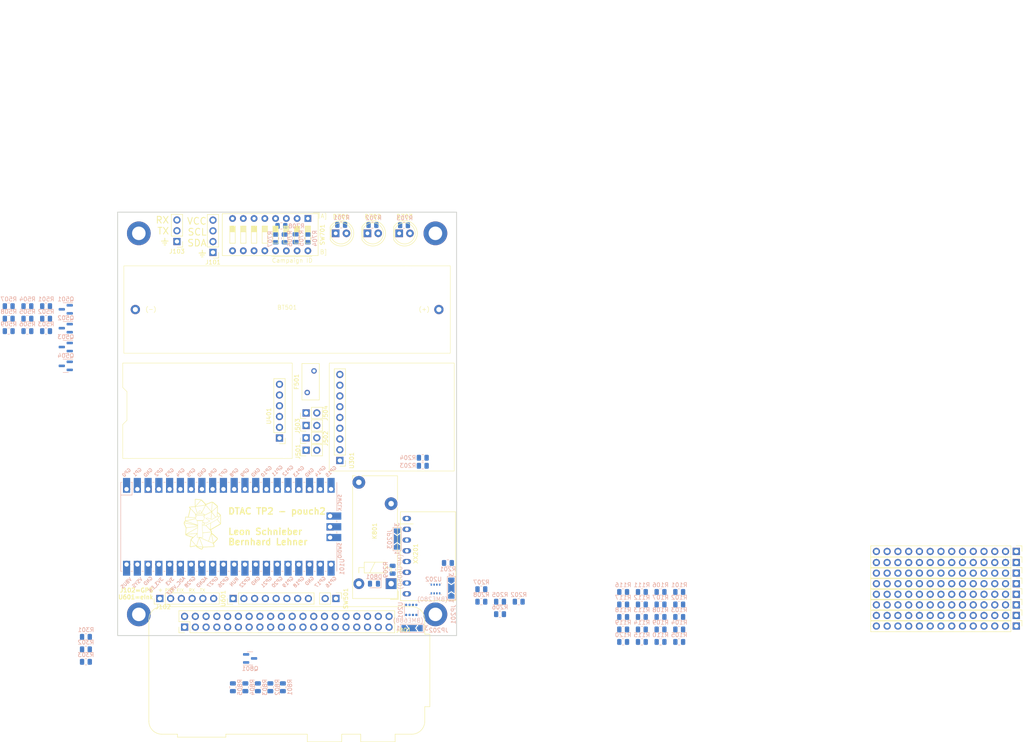
<source format=kicad_pcb>
(kicad_pcb (version 20240108) (generator "pcbnew") (generator_version "8.0")
  (layers (0 "F.Cu" signal) (31 "B.Cu" signal) (34 "B.Paste" user) (35 "F.Paste" user) (36 "B.SilkS" user "B.Silkscreen") (37 "F.SilkS" user "F.Silkscreen") (38 "B.Mask" user) (39 "F.Mask" user) (44 "Edge.Cuts" user))
  (net 0 "")
  (net 1 "-BATT")
  (net 2 "Net-(BT501-+)")
  (net 3 "Net-(D701-A)")
  (net 4 "Net-(D702-A)")
  (net 5 "Net-(D703-A)")
  (net 6 "Net-(D801-K)")
  (net 7 "Net-(SW501-B)")
  (net 8 "+3.3V")
  (net 9 "/VCC_S1")
  (net 10 "/Power/VPOW")
  (net 11 "/VCC_S2")
  (net 12 "/VCC_S3")
  (net 13 "/VCC_S4")
  (net 14 "/SDA")
  (net 15 "/SCL")
  (net 16 "/TTY_RX")
  (net 17 "/TTY_TX")
  (net 18 "/UART_RX")
  (net 19 "/UART_TX")
  (net 20 "/GPS/PPS")
  (net 21 "/GPS/FIX")
  (net 35 "/PiCoupler/PIZERO_VCC")
  (net 48 "/PiCoupler/READY")
  (net 56 "/PiCoupler/PI_VCC")
  (net 63 "/SDA_PI")
  (net 64 "/SCL_PI")
  (net 77 "/UART_TX_PI")
  (net 78 "/UART_RX_PI")
  (net 81 "+BATT")
  (net 84 "/SPI_TX")
  (net 85 "/SPI_SCK")
  (net 88 "/SPI_CS")
  (net 89 "/SPI_RX")
  (net 92 "/SPI2_CS")
  (net 93 "/SPI2_SCK")
  (net 96 "/SPI2_TX")
  (net 97 "/SPI2_BUSY")
  (net 99 "/SPI2_DC")
  (net 102 "/SPI2_RST")
  (net 103 "/SW_VCC1")
  (net 104 "/SW_VCC2")
  (net 105 "/LED1")
  (net 106 "/LED2")
  (net 107 "/LED3")
  (net 108 "/CAMP")
  (net 113 "/SW_VCC3")
  (net 114 "/SW_VCC4")
  (net 115 "/PiCoupler/POWERON")
  (net 116 "/PiCoupler/SDA")
  (net 117 "/PiCoupler/SCL")
  (net 159 "Net-(J801-Pin_3)")
  (net 170 "Net-(J801-Pin_5)")
  (net 176 "Net-(JP201-C)")
  (net 177 "Net-(JP202-C)")
  (net 178 "Net-(JP203-C)")
  (net 179 "Net-(K801-Pad14)")
  (net 180 "Net-(Q501-G)")
  (net 181 "Net-(Q502-G)")
  (net 182 "Net-(Q503-G)")
  (net 183 "Net-(Q504-G)")
  (net 184 "Net-(Q801-B)")
  (net 185 "Net-(U101-GPIO11)")
  (net 186 "Net-(U101-GPIO12)")
  (net 187 "Net-(U101-GPIO10)")
  (net 188 "Net-(U101-GPIO13)")
  (net 189 "Net-(U101-GPIO14)")
  (net 190 "Net-(U101-GPIO15)")
  (net 191 "Net-(U101-VSYS)")
  (net 192 "Net-(U101-ADC_VREF)")
  (net 193 "Net-(U101-GPIO26_ADC0)")
  (net 194 "Net-(U101-GPIO19)")
  (net 195 "Net-(U101-GPIO18)")
  (net 196 "Net-(U101-GPIO17)")
  (net 197 "Net-(U101-GPIO16)")
  (net 198 "Net-(U202-SDO)")
  (net 199 "Net-(U201-SDO)")
  (net 200 "Net-(U202-SCK)")
  (net 201 "Net-(U202-SDI)")
  (net 202 "Net-(U201-SCK)")
  (net 203 "Net-(U201-SDI)")
  (net 204 "Net-(XX201-SDA)")
  (net 205 "Net-(XX201-SCL)")
  (net 206 "Net-(XX201-AD0)")
  (net 207 "Net-(U301-EN)")
  (net 208 "Net-(U301-TX)")
  (net 209 "Net-(U301-RX)")
  (net 210 "Net-(R704-Pad1)")
  (net 211 "Net-(R705-Pad1)")
  (net 212 "Net-(R706-Pad1)")
  (net 213 "Net-(R707-Pad1)")
  (footprint "LED_THT:LED_D5.0mm" (layer "F.Cu") (at 108.96 55)
    (property "Reference" "D702" (at 1.27 -3.96 0) (layer "F.SilkS"))
    (property "Value" "LED")
    (pad "1" thru_hole rect (at 0 0) (size 1.8 1.8) (drill 0.9) (layers "*.Cu" "*.Mask") (net 1 "-BATT"))
    (pad "2" thru_hole circle (at 2.54 0) (size 1.8 1.8) (drill 0.9) (layers "*.Cu" "*.Mask") (net 4 "Net-(D702-A)"))
  )
  (footprint "Connector_PinHeader_2.54mm:PinHeader_1x08_P2.54mm_Vertical" (layer "F.Cu") (at 77.25 141.25 90)
    (property "Reference" "U601" (at 0 -2.33 90) (layer "F.SilkS"))
    (property "Value" "~")
    (pad "1" thru_hole rect (at 0 0 90) (size 1.7 1.7) (drill 1) (layers "*.Cu" "*.Mask") (net 97 "/SPI2_BUSY"))
    (pad "2" thru_hole oval (at 0 2.54 90) (size 1.7 1.7) (drill 1) (layers "*.Cu" "*.Mask") (net 99 "/SPI2_DC"))
    (pad "3" thru_hole oval (at 0 5.08 90) (size 1.7 1.7) (drill 1) (layers "*.Cu" "*.Mask") (net 102 "/SPI2_RST"))
    (pad "4" thru_hole oval (at 0 7.62 90) (size 1.7 1.7) (drill 1) (layers "*.Cu" "*.Mask") (net 92 "/SPI2_CS"))
    (pad "5" thru_hole oval (at 0 10.16 90) (size 1.7 1.7) (drill 1) (layers "*.Cu" "*.Mask") (net 93 "/SPI2_SCK"))
    (pad "6" thru_hole oval (at 0 12.7 90) (size 1.7 1.7) (drill 1) (layers "*.Cu" "*.Mask") (net 96 "/SPI2_TX"))
    (pad "7" thru_hole oval (at 0 15.24 90) (size 1.7 1.7) (drill 1) (layers "*.Cu" "*.Mask") (net 1 "-BATT"))
    (pad "8" thru_hole oval (at 0 17.78 90) (size 1.7 1.7) (drill 1) (layers "*.Cu" "*.Mask") (net 9 "/VCC_S1"))
  )
  (footprint "Button_Switch_THT:SW_DIP_SPSTx08_Slide_9.78x22.5mm_W7.62mm_P2.54mm" (layer "F.Cu") (at 94.9 51.5 -90)
    (property "Reference" "SW701" (at 3.81 -3.42 -90) (layer "F.SilkS"))
    (property "Value" "SW_DIP_x08")
    (pad "1" thru_hole rect (at 0 0 270) (size 1.6 1.6) (drill 0.8) (layers "*.Cu" "*.Mask") (net 8 "+3.3V"))
    (pad "2" thru_hole oval (at 0 2.54 270) (size 1.6 1.6) (drill 0.8) (layers "*.Cu" "*.Mask") (net 8 "+3.3V"))
    (pad "3" thru_hole oval (at 0 5.08 270) (size 1.6 1.6) (drill 0.8) (layers "*.Cu" "*.Mask") (net 8 "+3.3V"))
    (pad "4" thru_hole oval (at 0 7.62 270) (size 1.6 1.6) (drill 0.8) (layers "*.Cu" "*.Mask") (net 8 "+3.3V"))
    (pad "5" thru_hole oval (at 0 10.16 270) (size 1.6 1.6) (drill 0.8) (layers "*.Cu" "*.Mask"))
    (pad "6" thru_hole oval (at 0 12.7 270) (size 1.6 1.6) (drill 0.8) (layers "*.Cu" "*.Mask"))
    (pad "7" thru_hole oval (at 0 15.24 270) (size 1.6 1.6) (drill 0.8) (layers "*.Cu" "*.Mask"))
    (pad "8" thru_hole oval (at 0 17.78 270) (size 1.6 1.6) (drill 0.8) (layers "*.Cu" "*.Mask"))
    (pad "9" thru_hole oval (at 7.62 17.78 270) (size 1.6 1.6) (drill 0.8) (layers "*.Cu" "*.Mask"))
    (pad "10" thru_hole oval (at 7.62 15.24 270) (size 1.6 1.6) (drill 0.8) (layers "*.Cu" "*.Mask"))
    (pad "11" thru_hole oval (at 7.62 12.7 270) (size 1.6 1.6) (drill 0.8) (layers "*.Cu" "*.Mask"))
    (pad "12" thru_hole oval (at 7.62 10.16 270) (size 1.6 1.6) (drill 0.8) (layers "*.Cu" "*.Mask"))
    (pad "13" thru_hole oval (at 7.62 7.62 270) (size 1.6 1.6) (drill 0.8) (layers "*.Cu" "*.Mask") (net 213 "Net-(R707-Pad1)"))
    (pad "14" thru_hole oval (at 7.62 5.08 270) (size 1.6 1.6) (drill 0.8) (layers "*.Cu" "*.Mask") (net 212 "Net-(R706-Pad1)"))
    (pad "15" thru_hole oval (at 7.62 2.54 270) (size 1.6 1.6) (drill 0.8) (layers "*.Cu" "*.Mask") (net 211 "Net-(R705-Pad1)"))
    (pad "16" thru_hole oval (at 7.62 0 270) (size 1.6 1.6) (drill 0.8) (layers "*.Cu" "*.Mask") (net 210 "Net-(R704-Pad1)"))
  )
  (footprint "Connector_PinHeader_2.54mm:PinHeader_1x02_P2.54mm_Vertical" (layer "F.Cu") (at 94.475 100.37 90)
    (property "Reference" "J503" (at -0.15 -2.01 90) (layer "F.SilkS"))
    (property "Value" "Conn_01x02_Male")
    (pad "1" thru_hole rect (at 0 0 90) (size 1.7 1.7) (drill 1) (layers "*.Cu" "*.Mask") (net 12 "/VCC_S3"))
    (pad "2" thru_hole oval (at 0 2.54 90) (size 1.7 1.7) (drill 1) (layers "*.Cu" "*.Mask") (net 10 "/Power/VPOW"))
  )
  (footprint "Connector_PinHeader_2.54mm:PinHeader_1x02_P2.54mm_Vertical" (layer "F.Cu") (at 94.475 106.22 90)
    (property "Reference" "J501" (at -0.35 -1.91 90) (layer "F.SilkS"))
    (property "Value" "Conn_01x02_Male")
    (pad "1" thru_hole rect (at 0 0 90) (size 1.7 1.7) (drill 1) (layers "*.Cu" "*.Mask") (net 9 "/VCC_S1"))
    (pad "2" thru_hole oval (at 0 2.54 90) (size 1.7 1.7) (drill 1) (layers "*.Cu" "*.Mask") (net 10 "/Power/VPOW"))
  )
  (footprint "SensorBoards:DEBO_GPS" (layer "F.Cu") (at 102.45 108.65 180)
    (property "Reference" "U301" (at -2.8 0 -90) (layer "F.SilkS"))
    (property "Value" "~")
    (pad "1" thru_hole rect (at 0 0 180) (size 1.7 1.7) (drill 1) (layers "*.Cu" "*.Mask"))
    (pad "2" thru_hole oval (at 0 2.54 180) (size 1.7 1.7) (drill 1) (layers "*.Cu" "*.Mask") (net 207 "Net-(U301-EN)"))
    (pad "3" thru_hole oval (at 0 5.08 180) (size 1.7 1.7) (drill 1) (layers "*.Cu" "*.Mask"))
    (pad "4" thru_hole oval (at 0 7.62 180) (size 1.7 1.7) (drill 1) (layers "*.Cu" "*.Mask") (net 21 "/GPS/FIX"))
    (pad "5" thru_hole oval (at 0 10.16 180) (size 1.7 1.7) (drill 1) (layers "*.Cu" "*.Mask") (net 208 "Net-(U301-TX)"))
    (pad "6" thru_hole oval (at 0 12.7 180) (size 1.7 1.7) (drill 1) (layers "*.Cu" "*.Mask") (net 209 "Net-(U301-RX)"))
    (pad "7" thru_hole oval (at 0 15.24 180) (size 1.7 1.7) (drill 1) (layers "*.Cu" "*.Mask") (net 1 "-BATT"))
    (pad "8" thru_hole oval (at 0 17.78 180) (size 1.7 1.7) (drill 1) (layers "*.Cu" "*.Mask") (net 12 "/VCC_S3"))
    (pad "9" thru_hole oval (at 0 20.32 180) (size 1.7 1.7) (drill 1) (layers "*.Cu" "*.Mask") (net 20 "/GPS/PPS"))
  )
  (footprint "Connector_PinHeader_2.54mm:PinHeader_1x14_P2.54mm_Vertical" (layer "F.Cu") (at 262.1 147.75 -90)
    (property "Reference" "J708" (hide yes))
    (property "Value" "Conn_01x14_Male")
    (pad "1" thru_hole rect (at 0 0 270) (size 1.7 1.7) (drill 1) (layers "*.Cu" "*.Mask") (net 1 "-BATT"))
    (pad "2" thru_hole oval (at 0 2.54 270) (size 1.7 1.7) (drill 1) (layers "*.Cu" "*.Mask"))
    (pad "3" thru_hole oval (at 0 5.08 270) (size 1.7 1.7) (drill 1) (layers "*.Cu" "*.Mask"))
    (pad "4" thru_hole oval (at 0 7.62 270) (size 1.7 1.7) (drill 1) (layers "*.Cu" "*.Mask"))
    (pad "5" thru_hole oval (at 0 10.16 270) (size 1.7 1.7) (drill 1) (layers "*.Cu" "*.Mask"))
    (pad "6" thru_hole oval (at 0 12.7 270) (size 1.7 1.7) (drill 1) (layers "*.Cu" "*.Mask"))
    (pad "7" thru_hole oval (at 0 15.24 270) (size 1.7 1.7) (drill 1) (layers "*.Cu" "*.Mask"))
    (pad "8" thru_hole oval (at 0 17.78 270) (size 1.7 1.7) (drill 1) (layers "*.Cu" "*.Mask"))
    (pad "9" thru_hole oval (at 0 20.32 270) (size 1.7 1.7) (drill 1) (layers "*.Cu" "*.Mask"))
    (pad "10" thru_hole oval (at 0 22.86 270) (size 1.7 1.7) (drill 1) (layers "*.Cu" "*.Mask"))
    (pad "11" thru_hole oval (at 0 25.4 270) (size 1.7 1.7) (drill 1) (layers "*.Cu" "*.Mask"))
    (pad "12" thru_hole oval (at 0 27.94 270) (size 1.7 1.7) (drill 1) (layers "*.Cu" "*.Mask"))
    (pad "13" thru_hole oval (at 0 30.48 270) (size 1.7 1.7) (drill 1) (layers "*.Cu" "*.Mask"))
    (pad "14" thru_hole oval (at 0 33.02 270) (size 1.7 1.7) (drill 1) (layers "*.Cu" "*.Mask") (net 8 "+3.3V"))
  )
  (footprint "Connector_PinHeader_2.54mm:PinHeader_1x03_P2.54mm_Vertical" (layer "F.Cu") (at 64 56.93 180)
    (property "Reference" "J103" (at 0 -2.33 0) (layer "F.SilkS"))
    (property "Value" "Conn_01x03_Male")
    (pad "1" thru_hole rect (at 0 0 180) (size 1.7 1.7) (drill 1) (layers "*.Cu" "*.Mask") (net 1 "-BATT"))
    (pad "2" thru_hole oval (at 0 2.54 180) (size 1.7 1.7) (drill 1) (layers "*.Cu" "*.Mask") (net 17 "/TTY_TX"))
    (pad "3" thru_hole oval (at 0 5.08 180) (size 1.7 1.7) (drill 1) (layers "*.Cu" "*.Mask") (net 16 "/TTY_RX"))
  )
  (footprint "Fuse:Fuse_BelFuse_0ZRE0005FF_L8.3mm_W3.8mm" (layer "F.Cu") (at 94.75 92.6 90)
    (property "Reference" "F501" (at 2.54 -2.54 90) (layer "F.SilkS"))
    (property "Value" "Polyfuse")
    (pad "1" thru_hole circle (at 0 0 90) (size 1.27 1.27) (drill 0.71) (layers "*.Cu" "*.Mask") (net 7 "Net-(SW501-B)"))
    (pad "2" thru_hole circle (at 5.1 1.6 90) (size 1.27 1.27) (drill 0.71) (layers "*.Cu" "*.Mask") (net 2 "Net-(BT501-+)"))
  )
  (footprint "SensorBoards:DEBO_SD-Card" (layer "F.Cu") (at 88.2 90.65)
    (property "Reference" "U401" (at -2.5 7.5 -90) (layer "F.SilkS"))
    (property "Value" "~")
    (pad "" np_thru_hole circle (at -35.5 -3.5) (size 2 2) (drill 2) (layers "F&B.Cu" "*.Mask"))
    (pad "" np_thru_hole circle (at -35.5 16) (size 2 2) (drill 2) (layers "F&B.Cu" "*.Mask"))
    (pad "" np_thru_hole circle (at 1 -3.5) (size 2 2) (drill 2) (layers "F&B.Cu" "*.Mask"))
    (pad "" np_thru_hole circle (at 1 16) (size 2 2) (drill 2) (layers "F&B.Cu" "*.Mask"))
    (pad "1" thru_hole rect (at 0 12.7 180) (size 1.7 1.7) (drill 1) (layers "*.Cu" "*.Mask") (net 1 "-BATT"))
    (pad "2" thru_hole oval (at 0 10.16 180) (size 1.7 1.7) (drill 1) (layers "*.Cu" "*.Mask") (net 13 "/VCC_S4"))
    (pad "3" thru_hole oval (at 0 7.62 180) (size 1.7 1.7) (drill 1) (layers "*.Cu" "*.Mask") (net 89 "/SPI_RX"))
    (pad "4" thru_hole oval (at 0 5.08 180) (size 1.7 1.7) (drill 1) (layers "*.Cu" "*.Mask") (net 84 "/SPI_TX"))
    (pad "5" thru_hole oval (at 0 2.54 180) (size 1.7 1.7) (drill 1) (layers "*.Cu" "*.Mask") (net 85 "/SPI_SCK"))
    (pad "6" thru_hole oval (at 0 0 180) (size 1.7 1.7) (drill 1) (layers "*.Cu" "*.Mask") (net 88 "/SPI_CS"))
  )
  (footprint "MountingHole:MountingHole_3.2mm_M3_DIN965_Pad_TopBottom" (layer "F.Cu") (at 55 55)
    (property "Reference" "H101" (hide yes))
    (property "Value" "MountingHole")
    (pad "1" thru_hole circle (at 0 0) (size 3.6 3.6) (drill 3.2) (layers "*.Cu" "*.Mask"))
    (pad "1" connect circle (at 0 0) (size 5.6 5.6) (layers "F.Cu" "F.Mask"))
    (pad "1" connect circle (at 0 0) (size 5.6 5.6) (layers "B.Cu" "B.Mask"))
  )
  (footprint "Connector_PinHeader_2.54mm:PinHeader_1x14_P2.54mm_Vertical" (layer "F.Cu") (at 262.1 140.25 -90)
    (property "Reference" "J705" (hide yes))
    (property "Value" "Conn_01x14_Male")
    (pad "1" thru_hole rect (at 0 0 270) (size 1.7 1.7) (drill 1) (layers "*.Cu" "*.Mask") (net 1 "-BATT"))
    (pad "2" thru_hole oval (at 0 2.54 270) (size 1.7 1.7) (drill 1) (layers "*.Cu" "*.Mask"))
    (pad "3" thru_hole oval (at 0 5.08 270) (size 1.7 1.7) (drill 1) (layers "*.Cu" "*.Mask"))
    (pad "4" thru_hole oval (at 0 7.62 270) (size 1.7 1.7) (drill 1) (layers "*.Cu" "*.Mask"))
    (pad "5" thru_hole oval (at 0 10.16 270) (size 1.7 1.7) (drill 1) (layers "*.Cu" "*.Mask"))
    (pad "6" thru_hole oval (at 0 12.7 270) (size 1.7 1.7) (drill 1) (layers "*.Cu" "*.Mask"))
    (pad "7" thru_hole oval (at 0 15.24 270) (size 1.7 1.7) (drill 1) (layers "*.Cu" "*.Mask"))
    (pad "8" thru_hole oval (at 0 17.78 270) (size 1.7 1.7) (drill 1) (layers "*.Cu" "*.Mask"))
    (pad "9" thru_hole oval (at 0 20.32 270) (size 1.7 1.7) (drill 1) (layers "*.Cu" "*.Mask"))
    (pad "10" thru_hole oval (at 0 22.86 270) (size 1.7 1.7) (drill 1) (layers "*.Cu" "*.Mask"))
    (pad "11" thru_hole oval (at 0 25.4 270) (size 1.7 1.7) (drill 1) (layers "*.Cu" "*.Mask"))
    (pad "12" thru_hole oval (at 0 27.94 270) (size 1.7 1.7) (drill 1) (layers "*.Cu" "*.Mask"))
    (pad "13" thru_hole oval (at 0 30.48 270) (size 1.7 1.7) (drill 1) (layers "*.Cu" "*.Mask"))
    (pad "14" thru_hole oval (at 0 33.02 270) (size 1.7 1.7) (drill 1) (layers "*.Cu" "*.Mask") (net 8 "+3.3V"))
  )
  (footprint "Connector_PinHeader_2.54mm:PinHeader_1x14_P2.54mm_Vertical" (layer "F.Cu") (at 262.1 142.75 -90)
    (property "Reference" "J706" (hide yes))
    (property "Value" "Conn_01x14_Male")
    (pad "1" thru_hole rect (at 0 0 270) (size 1.7 1.7) (drill 1) (layers "*.Cu" "*.Mask") (net 1 "-BATT"))
    (pad "2" thru_hole oval (at 0 2.54 270) (size 1.7 1.7) (drill 1) (layers "*.Cu" "*.Mask"))
    (pad "3" thru_hole oval (at 0 5.08 270) (size 1.7 1.7) (drill 1) (layers "*.Cu" "*.Mask"))
    (pad "4" thru_hole oval (at 0 7.62 270) (size 1.7 1.7) (drill 1) (layers "*.Cu" "*.Mask"))
    (pad "5" thru_hole oval (at 0 10.16 270) (size 1.7 1.7) (drill 1) (layers "*.Cu" "*.Mask"))
    (pad "6" thru_hole oval (at 0 12.7 270) (size 1.7 1.7) (drill 1) (layers "*.Cu" "*.Mask"))
    (pad "7" thru_hole oval (at 0 15.24 270) (size 1.7 1.7) (drill 1) (layers "*.Cu" "*.Mask"))
    (pad "8" thru_hole oval (at 0 17.78 270) (size 1.7 1.7) (drill 1) (layers "*.Cu" "*.Mask"))
    (pad "9" thru_hole oval (at 0 20.32 270) (size 1.7 1.7) (drill 1) (layers "*.Cu" "*.Mask"))
    (pad "10" thru_hole oval (at 0 22.86 270) (size 1.7 1.7) (drill 1) (layers "*.Cu" "*.Mask"))
    (pad "11" thru_hole oval (at 0 25.4 270) (size 1.7 1.7) (drill 1) (layers "*.Cu" "*.Mask"))
    (pad "12" thru_hole oval (at 0 27.94 270) (size 1.7 1.7) (drill 1) (layers "*.Cu" "*.Mask"))
    (pad "13" thru_hole oval (at 0 30.48 270) (size 1.7 1.7) (drill 1) (layers "*.Cu" "*.Mask"))
    (pad "14" thru_hole oval (at 0 33.02 270) (size 1.7 1.7) (drill 1) (layers "*.Cu" "*.Mask") (net 8 "+3.3V"))
  )
  (footprint "LOGO" (layer "F.Cu") (at 69.804885 123.483079)
    (property "Reference" "G***" (hide yes))
    (property "Value" "LOGO" (hide yes))
  )
  (footprint "Connector_PinHeader_2.54mm:PinHeader_1x14_P2.54mm_Vertical" (layer "F.Cu") (at 262.1 130.13 -90)
    (property "Reference" "J701" (hide yes))
    (property "Value" "Conn_01x14_Male")
    (pad "1" thru_hole rect (at 0 0 270) (size 1.7 1.7) (drill 1) (layers "*.Cu" "*.Mask") (net 1 "-BATT"))
    (pad "2" thru_hole oval (at 0 2.54 270) (size 1.7 1.7) (drill 1) (layers "*.Cu" "*.Mask"))
    (pad "3" thru_hole oval (at 0 5.08 270) (size 1.7 1.7) (drill 1) (layers "*.Cu" "*.Mask"))
    (pad "4" thru_hole oval (at 0 7.62 270) (size 1.7 1.7) (drill 1) (layers "*.Cu" "*.Mask"))
    (pad "5" thru_hole oval (at 0 10.16 270) (size 1.7 1.7) (drill 1) (layers "*.Cu" "*.Mask"))
    (pad "6" thru_hole oval (at 0 12.7 270) (size 1.7 1.7) (drill 1) (layers "*.Cu" "*.Mask"))
    (pad "7" thru_hole oval (at 0 15.24 270) (size 1.7 1.7) (drill 1) (layers "*.Cu" "*.Mask"))
    (pad "8" thru_hole oval (at 0 17.78 270) (size 1.7 1.7) (drill 1) (layers "*.Cu" "*.Mask"))
    (pad "9" thru_hole oval (at 0 20.32 270) (size 1.7 1.7) (drill 1) (layers "*.Cu" "*.Mask"))
    (pad "10" thru_hole oval (at 0 22.86 270) (size 1.7 1.7) (drill 1) (layers "*.Cu" "*.Mask"))
    (pad "11" thru_hole oval (at 0 25.4 270) (size 1.7 1.7) (drill 1) (layers "*.Cu" "*.Mask"))
    (pad "12" thru_hole oval (at 0 27.94 270) (size 1.7 1.7) (drill 1) (layers "*.Cu" "*.Mask"))
    (pad "13" thru_hole oval (at 0 30.48 270) (size 1.7 1.7) (drill 1) (layers "*.Cu" "*.Mask"))
    (pad "14" thru_hole oval (at 0 33.02 270) (size 1.7 1.7) (drill 1) (layers "*.Cu" "*.Mask") (net 8 "+3.3V"))
  )
  (footprint "Connector_PinHeader_2.54mm:PinHeader_1x04_P2.54mm_Vertical" (layer "F.Cu") (at 72.5 59.5 180)
    (property "Reference" "J101" (at 0 -2.33 0) (layer "F.SilkS"))
    (property "Value" "Conn_01x04_Male")
    (pad "1" thru_hole rect (at 0 0 180) (size 1.7 1.7) (drill 1) (layers "*.Cu" "*.Mask") (net 1 "-BATT"))
    (pad "2" thru_hole oval (at 0 2.54 180) (size 1.7 1.7) (drill 1) (layers "*.Cu" "*.Mask") (net 14 "/SDA"))
    (pad "3" thru_hole oval (at 0 5.08 180) (size 1.7 1.7) (drill 1) (layers "*.Cu" "*.Mask") (net 15 "/SCL"))
    (pad "4" thru_hole oval (at 0 7.62 180) (size 1.7 1.7) (drill 1) (layers "*.Cu" "*.Mask") (net 8 "+3.3V"))
  )
  (footprint "SensorBoards:DEBO_MPU6050" (layer "F.Cu") (at 123.25 126.25 180)
    (property "Reference" "XX201" (at 2.9 -4.4 90) (layer "F.SilkS"))
    (property "Value" "DEBO_MPU-6050")
    (pad "1" thru_hole oval (at 5 3.89 270) (size 1.2 2) (drill 0.8) (layers "*.Cu" "*.Mask") (net 9 "/VCC_S1"))
    (pad "2" thru_hole oval (at 5 1.35 270) (size 1.2 2) (drill 0.8) (layers "*.Cu" "*.Mask") (net 1 "-BATT"))
    (pad "3" thru_hole oval (at 5 -1.19 270) (size 1.2 2) (drill 0.8) (layers "*.Cu" "*.Mask") (net 205 "Net-(XX201-SCL)"))
    (pad "4" thru_hole oval (at 5 -3.73 270) (size 1.2 2) (drill 0.8) (layers "*.Cu" "*.Mask") (net 204 "Net-(XX201-SDA)"))
    (pad "5" thru_hole oval (at 5 -6.27 270) (size 1.2 2) (drill 0.8) (layers "*.Cu" "*.Mask"))
    (pad "6" thru_hole oval (at 5 -8.81 270) (size 1.2 2) (drill 0.8) (layers "*.Cu" "*.Mask"))
    (pad "7" thru_hole oval (at 5 -11.35 270) (size 1.2 2) (drill 0.8) (layers "*.Cu" "*.Mask") (net 206 "Net-(XX201-AD0)"))
    (pad "8" thru_hole oval (at 5 -13.89 270) (size 1.2 2) (drill 0.8) (layers "*.Cu" "*.Mask"))
  )
  (footprint "Connector_PinHeader_2.54mm:PinHeader_1x02_P2.54mm_Vertical" (layer "F.Cu") (at 94.475 103.3 90)
    (property "Reference" "J502" (at -0.17 4.64 90) (layer "F.SilkS"))
    (property "Value" "Conn_01x02_Male")
    (pad "1" thru_hole rect (at 0 0 90) (size 1.7 1.7) (drill 1) (layers "*.Cu" "*.Mask") (net 11 "/VCC_S2"))
    (pad "2" thru_hole oval (at 0 2.54 90) (size 1.7 1.7) (drill 1) (layers "*.Cu" "*.Mask") (net 10 "/Power/VPOW"))
  )
  (footprint "MountingHole:MountingHole_3.2mm_M3_DIN965_Pad_TopBottom" (layer "F.Cu") (at 125 55)
    (property "Reference" "H102" (hide yes))
    (property "Value" "MountingHole")
    (pad "1" thru_hole circle (at 0 0) (size 3.6 3.6) (drill 3.2) (layers "*.Cu" "*.Mask"))
    (pad "1" connect circle (at 0 0) (size 5.6 5.6) (layers "F.Cu" "F.Mask"))
    (pad "1" connect circle (at 0 0) (size 5.6 5.6) (layers "B.Cu" "B.Mask"))
  )
  (footprint "MountingHole:MountingHole_3.2mm_M3_DIN965_Pad_TopBottom" (layer "F.Cu") (at 55 145)
    (property "Reference" "H103" (hide yes))
    (property "Value" "MountingHole")
    (pad "1" thru_hole circle (at 0 0) (size 3.6 3.6) (drill 3.2) (layers "*.Cu" "*.Mask"))
    (pad "1" connect circle (at 0 0) (size 5.6 5.6) (layers "F.Cu" "F.Mask"))
    (pad "1" connect circle (at 0 0) (size 5.6 5.6) (layers "B.Cu" "B.Mask"))
  )
  (footprint "LED_THT:LED_D5.0mm" (layer "F.Cu") (at 101.46 55)
    (property "Reference" "D701" (at 1.27 -3.96 0) (layer "F.SilkS"))
    (property "Value" "LED")
    (pad "1" thru_hole rect (at 0 0) (size 1.8 1.8) (drill 0.9) (layers "*.Cu" "*.Mask") (net 1 "-BATT"))
    (pad "2" thru_hole circle (at 2.54 0) (size 1.8 1.8) (drill 0.9) (layers "*.Cu" "*.Mask") (net 3 "Net-(D701-A)"))
  )
  (footprint "Connector_PinHeader_2.54mm:PinHeader_1x06_P2.54mm_Vertical" (layer "F.Cu") (at 59.96 141.25 90)
    (property "Reference" "J102" (at -2 0.79 180) (layer "F.SilkS"))
    (property "Value" "Conn_01x06_Male")
    (pad "1" thru_hole rect (at 0 0 90) (size 1.7 1.7) (drill 1) (layers "*.Cu" "*.Mask") (net 1 "-BATT"))
    (pad "2" thru_hole oval (at 0 2.54 90) (size 1.7 1.7) (drill 1) (layers "*.Cu" "*.Mask") (net 20 "/GPS/PPS"))
    (pad "3" thru_hole oval (at 0 5.08 90) (size 1.7 1.7) (drill 1) (layers "*.Cu" "*.Mask") (net 21 "/GPS/FIX"))
    (pad "4" thru_hole oval (at 0 7.62 90) (size 1.7 1.7) (drill 1) (layers "*.Cu" "*.Mask") (net 18 "/UART_RX"))
    (pad "5" thru_hole oval (at 0 10.16 90) (size 1.7 1.7) (drill 1) (layers "*.Cu" "*.Mask") (net 19 "/UART_TX"))
    (pad "6" thru_hole oval (at 0 12.7 90) (size 1.7 1.7) (drill 1) (layers "*.Cu" "*.Mask"))
  )
  (footprint "SensorBoards:18650_Keystone_1043" (layer "F.Cu") (at 90 73)
    (property "Reference" "BT501" (at 0 -0.5 0) (layer "F.SilkS") (effects (font (thickness 0.1))))
    (property "Value" "Battery_Cell")
    (fp_text user "(-)" (at -33.5 0.5 0) (layer "F.SilkS") (effects (font (thickness 0.1)) (justify left bottom)))
    (fp_text user "(+)" (at 31 0.5 0) (layer "F.SilkS") (effects (font (thickness 0.1)) (justify left bottom)))
    (pad "" np_thru_hole circle (at -27.5 8) (size 3.5 3.5) (drill 3.5) (layers "F&B.Cu" "*.Mask"))
    (pad "" np_thru_hole circle (at 27.5 -8) (size 3.5 3.5) (drill 3.5) (layers "F&B.Cu" "*.Mask"))
    (pad "" np_thru_hole circle (at 35.82 8) (size 2.5 2.5) (drill 2.5) (layers "F&B.Cu" "*.Mask"))
    (pad "1" thru_hole circle (at 35.82 0) (size 2.2 2.2) (drill 1.2) (layers "*.Cu" "*.Mask") (net 2 "Net-(BT501-+)"))
    (pad "2" thru_hole circle (at -35.82 0) (size 2.2 2.2) (drill 1.2) (layers "*.Cu" "*.Mask") (net 1 "-BATT"))
  )
  (footprint "Connector_PinHeader_2.54mm:PinHeader_1x02_P2.54mm_Vertical" (layer "F.Cu") (at 94.475 97.42 90)
    (property "Reference" "J504" (at -0.05 4.59 90) (layer "F.SilkS"))
    (property "Value" "Conn_01x02_Male")
    (pad "1" thru_hole rect (at 0 0 90) (size 1.7 1.7) (drill 1) (layers "*.Cu" "*.Mask") (net 13 "/VCC_S4"))
    (pad "2" thru_hole oval (at 0 2.54 90) (size 1.7 1.7) (drill 1) (layers "*.Cu" "*.Mask") (net 10 "/Power/VPOW"))
  )
  (footprint "Connector_PinHeader_2.54mm:PinHeader_1x14_P2.54mm_Vertical" (layer "F.Cu") (at 262.1 132.75 -90)
    (property "Reference" "J702" (hide yes))
    (property "Value" "Conn_01x14_Male")
    (pad "1" thru_hole rect (at 0 0 270) (size 1.7 1.7) (drill 1) (layers "*.Cu" "*.Mask") (net 1 "-BATT"))
    (pad "2" thru_hole oval (at 0 2.54 270) (size 1.7 1.7) (drill 1) (layers "*.Cu" "*.Mask"))
    (pad "3" thru_hole oval (at 0 5.08 270) (size 1.7 1.7) (drill 1) (layers "*.Cu" "*.Mask"))
    (pad "4" thru_hole oval (at 0 7.62 270) (size 1.7 1.7) (drill 1) (layers "*.Cu" "*.Mask"))
    (pad "5" thru_hole oval (at 0 10.16 270) (size 1.7 1.7) (drill 1) (layers "*.Cu" "*.Mask"))
    (pad "6" thru_hole oval (at 0 12.7 270) (size 1.7 1.7) (drill 1) (layers "*.Cu" "*.Mask"))
    (pad "7" thru_hole oval (at 0 15.24 270) (size 1.7 1.7) (drill 1) (layers "*.Cu" "*.Mask"))
    (pad "8" thru_hole oval (at 0 17.78 270) (size 1.7 1.7) (drill 1) (layers "*.Cu" "*.Mask"))
    (pad "9" thru_hole oval (at 0 20.32 270) (size 1.7 1.7) (drill 1) (layers "*.Cu" "*.Mask"))
    (pad "10" thru_hole oval (at 0 22.86 270) (size 1.7 1.7) (drill 1) (layers "*.Cu" "*.Mask"))
    (pad "11" thru_hole oval (at 0 25.4 270) (size 1.7 1.7) (drill 1) (layers "*.Cu" "*.Mask"))
    (pad "12" thru_hole oval (at 0 27.94 270) (size 1.7 1.7) (drill 1) (layers "*.Cu" "*.Mask"))
    (pad "13" thru_hole oval (at 0 30.48 270) (size 1.7 1.7) (drill 1) (layers "*.Cu" "*.Mask"))
    (pad "14" thru_hole oval (at 0 33.02 270) (size 1.7 1.7) (drill 1) (layers "*.Cu" "*.Mask") (net 8 "+3.3V"))
  )
  (footprint "Relay_THT:Relay_1-Form-A_Schrack-RYII_RM5mm" (layer "F.Cu") (at 114.55 137.75 90)
    (property "Reference" "K801" (at 12.45 -3.9 90) (layer "F.SilkS"))
    (property "Value" "AZ9371-1A-5DE")
    (pad "11" thru_hole circle (at 18.9 0 90) (size 3 3) (drill 1.3) (layers "*.Cu" "*.Mask") (net 56 "/PiCoupler/PI_VCC"))
    (pad "14" thru_hole circle (at 23.94 -7.62 90) (size 3 3) (drill 1.3) (layers "*.Cu" "*.Mask") (net 179 "Net-(K801-Pad14)"))
    (pad "A1" thru_hole rect (at 0 0 90) (size 2.54 2.54) (drill 1.3) (layers "*.Cu" "*.Mask") (net 6 "Net-(D801-K)"))
    (pad "A2" thru_hole circle (at 0 -7.62 90) (size 2.54 2.54) (drill 1.3) (layers "*.Cu" "*.Mask") (net 1 "-BATT"))
  )
  (footprint "Connector_PinHeader_2.54mm:PinHeader_1x02_P2.54mm_Vertical" (layer "F.Cu") (at 101.525 141.25 -90)
    (property "Reference" "SW501" (at 0 -2.33 90) (layer "F.SilkS"))
    (property "Value" "SW_SPDT")
    (pad "1" thru_hole rect (at 0 0 270) (size 1.7 1.7) (drill 1) (layers "*.Cu" "*.Mask") (net 81 "+BATT"))
    (pad "2" thru_hole oval (at 0 2.54 270) (size 1.7 1.7) (drill 1) (layers "*.Cu" "*.Mask") (net 7 "Net-(SW501-B)"))
  )
  (footprint "MountingHole:MountingHole_3.2mm_M3_DIN965_Pad_TopBottom" (layer "F.Cu") (at 125 145)
    (property "Reference" "H104" (hide yes))
    (property "Value" "MountingHole")
    (pad "1" thru_hole circle (at 0 0) (size 3.6 3.6) (drill 3.2) (layers "*.Cu" "*.Mask"))
    (pad "1" connect circle (at 0 0) (size 5.6 5.6) (layers "F.Cu" "F.Mask"))
    (pad "1" connect circle (at 0 0) (size 5.6 5.6) (layers "B.Cu" "B.Mask"))
  )
  (footprint "Connector_PinHeader_2.54mm:PinHeader_1x14_P2.54mm_Vertical" (layer "F.Cu") (at 262.1 145.25 -90)
    (property "Reference" "J707" (hide yes))
    (property "Value" "Conn_01x14_Male")
    (pad "1" thru_hole rect (at 0 0 270) (size 1.7 1.7) (drill 1) (layers "*.Cu" "*.Mask") (net 1 "-BATT"))
    (pad "2" thru_hole oval (at 0 2.54 270) (size 1.7 1.7) (drill 1) (layers "*.Cu" "*.Mask"))
    (pad "3" thru_hole oval (at 0 5.08 270) (size 1.7 1.7) (drill 1) (layers "*.Cu" "*.Mask"))
    (pad "4" thru_hole oval (at 0 7.62 270) (size 1.7 1.7) (drill 1) (layers "*.Cu" "*.Mask"))
    (pad "5" thru_hole oval (at 0 10.16 270) (size 1.7 1.7) (drill 1) (layers "*.Cu" "*.Mask"))
    (pad "6" thru_hole oval (at 0 12.7 270) (size 1.7 1.7) (drill 1) (layers "*.Cu" "*.Mask"))
    (pad "7" thru_hole oval (at 0 15.24 270) (size 1.7 1.7) (drill 1) (layers "*.Cu" "*.Mask"))
    (pad "8" thru_hole oval (at 0 17.78 270) (size 1.7 1.7) (drill 1) (layers "*.Cu" "*.Mask"))
    (pad "9" thru_hole oval (at 0 20.32 270) (size 1.7 1.7) (drill 1) (layers "*.Cu" "*.Mask"))
    (pad "10" thru_hole oval (at 0 22.86 270) (size 1.7 1.7) (drill 1) (layers "*.Cu" "*.Mask"))
    (pad "11" thru_hole oval (at 0 25.4 270) (size 1.7 1.7) (drill 1) (layers "*.Cu" "*.Mask"))
    (pad "12" thru_hole oval (at 0 27.94 270) (size 1.7 1.7) (drill 1) (layers "*.Cu" "*.Mask"))
    (pad "13" thru_hole oval (at 0 30.48 270) (size 1.7 1.7) (drill 1) (layers "*.Cu" "*.Mask"))
    (pad "14" thru_hole oval (at 0 33.02 270) (size 1.7 1.7) (drill 1) (layers "*.Cu" "*.Mask") (net 8 "+3.3V"))
  )
  (footprint "Connector_PinHeader_2.54mm:PinHeader_1x14_P2.54mm_Vertical" (layer "F.Cu") (at 262.1 135.25 -90)
    (property "Reference" "J703" (hide yes))
    (property "Value" "Conn_01x14_Male")
    (pad "1" thru_hole rect (at 0 0 270) (size 1.7 1.7) (drill 1) (layers "*.Cu" "*.Mask") (net 1 "-BATT"))
    (pad "2" thru_hole oval (at 0 2.54 270) (size 1.7 1.7) (drill 1) (layers "*.Cu" "*.Mask"))
    (pad "3" thru_hole oval (at 0 5.08 270) (size 1.7 1.7) (drill 1) (layers "*.Cu" "*.Mask"))
    (pad "4" thru_hole oval (at 0 7.62 270) (size 1.7 1.7) (drill 1) (layers "*.Cu" "*.Mask"))
    (pad "5" thru_hole oval (at 0 10.16 270) (size 1.7 1.7) (drill 1) (layers "*.Cu" "*.Mask"))
    (pad "6" thru_hole oval (at 0 12.7 270) (size 1.7 1.7) (drill 1) (layers "*.Cu" "*.Mask"))
    (pad "7" thru_hole oval (at 0 15.24 270) (size 1.7 1.7) (drill 1) (layers "*.Cu" "*.Mask"))
    (pad "8" thru_hole oval (at 0 17.78 270) (size 1.7 1.7) (drill 1) (layers "*.Cu" "*.Mask"))
    (pad "9" thru_hole oval (at 0 20.32 270) (size 1.7 1.7) (drill 1) (layers "*.Cu" "*.Mask"))
    (pad "10" thru_hole oval (at 0 22.86 270) (size 1.7 1.7) (drill 1) (layers "*.Cu" "*.Mask"))
    (pad "11" thru_hole oval (at 0 25.4 270) (size 1.7 1.7) (drill 1) (layers "*.Cu" "*.Mask"))
    (pad "12" thru_hole oval (at 0 27.94 270) (size 1.7 1.7) (drill 1) (layers "*.Cu" "*.Mask"))
    (pad "13" thru_hole oval (at 0 30.48 270) (size 1.7 1.7) (drill 1) (layers "*.Cu" "*.Mask"))
    (pad "14" thru_hole oval (at 0 33.02 270) (size 1.7 1.7) (drill 1) (layers "*.Cu" "*.Mask") (net 8 "+3.3V"))
  )
  (footprint "SensorBoards:Raspberry_Pi_Zero_Socket_wo_drills" (layer "F.Cu") (at 115.8 148 -90)
    (property "Reference" "J801" (at 0.75 -1.7 0) (layer "F.SilkS"))
    (property "Value" "PiZero")
    (pad "1" thru_hole rect (at 0 50 270) (size 1.7 1.7) (drill 1) (layers "*.Cu" "*.Mask"))
    (pad "2" thru_hole oval (at -2.54 50 270) (size 1.7 1.7) (drill 1) (layers "*.Cu" "*.Mask") (net 35 "/PiCoupler/PIZERO_VCC"))
    (pad "3" thru_hole oval (at 0 47.46 270) (size 1.7 1.7) (drill 1) (layers "*.Cu" "*.Mask") (net 159 "Net-(J801-Pin_3)"))
    (pad "4" thru_hole oval (at -2.54 47.46 270) (size 1.7 1.7) (drill 1) (layers "*.Cu" "*.Mask") (net 35 "/PiCoupler/PIZERO_VCC"))
    (pad "5" thru_hole oval (at 0 44.92 270) (size 1.7 1.7) (drill 1) (layers "*.Cu" "*.Mask") (net 170 "Net-(J801-Pin_5)"))
    (pad "6" thru_hole oval (at -2.54 44.92 270) (size 1.7 1.7) (drill 1) (layers "*.Cu" "*.Mask") (net 1 "-BATT"))
    (pad "7" thru_hole oval (at 0 42.38 270) (size 1.7 1.7) (drill 1) (layers "*.Cu" "*.Mask"))
    (pad "8" thru_hole oval (at -2.54 42.38 270) (size 1.7 1.7) (drill 1) (layers "*.Cu" "*.Mask"))
    (pad "9" thru_hole oval (at 0 39.84 270) (size 1.7 1.7) (drill 1) (layers "*.Cu" "*.Mask") (net 1 "-BATT"))
    (pad "10" thru_hole oval (at -2.54 39.84 270) (size 1.7 1.7) (drill 1) (layers "*.Cu" "*.Mask"))
    (pad "11" thru_hole oval (at 0 37.3 270) (size 1.7 1.7) (drill 1) (layers "*.Cu" "*.Mask"))
    (pad "12" thru_hole oval (at -2.54 37.3 270) (size 1.7 1.7) (drill 1) (layers "*.Cu" "*.Mask"))
    (pad "13" thru_hole oval (at 0 34.76 270) (size 1.7 1.7) (drill 1) (layers "*.Cu" "*.Mask"))
    (pad "14" thru_hole oval (at -2.54 34.76 270) (size 1.7 1.7) (drill 1) (layers "*.Cu" "*.Mask") (net 1 "-BATT"))
    (pad "15" thru_hole oval (at 0 32.22 270) (size 1.7 1.7) (drill 1) (layers "*.Cu" "*.Mask"))
    (pad "16" thru_hole oval (at -2.54 32.22 270) (size 1.7 1.7) (drill 1) (layers "*.Cu" "*.Mask"))
    (pad "17" thru_hole oval (at 0 29.68 270) (size 1.7 1.7) (drill 1) (layers "*.Cu" "*.Mask"))
    (pad "18" thru_hole oval (at -2.54 29.68 270) (size 1.7 1.7) (drill 1) (layers "*.Cu" "*.Mask"))
    (pad "19" thru_hole oval (at 0 27.14 270) (size 1.7 1.7) (drill 1) (layers "*.Cu" "*.Mask"))
    (pad "20" thru_hole oval (at -2.54 27.14 270) (size 1.7 1.7) (drill 1) (layers "*.Cu" "*.Mask") (net 1 "-BATT"))
    (pad "21" thru_hole oval (at 0 24.6 270) (size 1.7 1.7) (drill 1) (layers "*.Cu" "*.Mask"))
    (pad "22" thru_hole oval (at -2.54 24.6 270) (size 1.7 1.7) (drill 1) (layers "*.Cu" "*.Mask"))
    (pad "23" thru_hole oval (at 0 22.06 270) (size 1.7 1.7) (drill 1) (layers "*.Cu" "*.Mask"))
    (pad "24" thru_hole oval (at -2.54 22.06 270) (size 1.7 1.7) (drill 1) (layers "*.Cu" "*.Mask"))
    (pad "25" thru_hole oval (at 0 19.52 270) (size 1.7 1.7) (drill 1) (layers "*.Cu" "*.Mask") (net 1 "-BATT"))
    (pad "26" thru_hole oval (at -2.54 19.52 270) (size 1.7 1.7) (drill 1) (layers "*.Cu" "*.Mask"))
    (pad "27" thru_hole oval (at 0 16.98 270) (size 1.7 1.7) (drill 1) (layers "*.Cu" "*.Mask"))
    (pad "28" thru_hole oval (at -2.54 16.98 270) (size 1.7 1.7) (drill 1) (layers "*.Cu" "*.Mask"))
    (pad "29" thru_hole oval (at 0 14.44 270) (size 1.7 1.7) (drill 1) (layers "*.Cu" "*.Mask") (net 48 "/PiCoupler/READY"))
    (pad "30" thru_hole oval (at -2.54 14.44 270) (size 1.7 1.7) (drill 1) (layers "*.Cu" "*.Mask") (net 1 "-BATT"))
    (pad "31" thru_hole oval (at 0 11.9 270) (size 1.7 1.7) (drill 1) (layers "*.Cu" "*.Mask"))
    (pad "32" thru_hole oval (at -2.54 11.9 270) (size 1.7 1.7) (drill 1) (layers "*.Cu" "*.Mask"))
    (pad "33" thru_hole oval (at 0 9.36 270) (size 1.7 1.7) (drill 1) (layers "*.Cu" "*.Mask"))
    (pad "34" thru_hole oval (at -2.54 9.36 270) (size 1.7 1.7) (drill 1) (layers "*.Cu" "*.Mask") (net 1 "-BATT"))
    (pad "35" thru_hole oval (at 0 6.82 270) (size 1.7 1.7) (drill 1) (layers "*.Cu" "*.Mask"))
    (pad "36" thru_hole oval (at -2.54 6.82 270) (size 1.7 1.7) (drill 1) (layers "*.Cu" "*.Mask"))
    (pad "37" thru_hole oval (at 0 4.28 270) (size 1.7 1.7) (drill 1) (layers "*.Cu" "*.Mask"))
    (pad "38" thru_hole oval (at -2.54 4.28 270) (size 1.7 1.7) (drill 1) (layers "*.Cu" "*.Mask"))
    (pad "39" thru_hole oval (at 0 1.74 270) (size 1.7 1.7) (drill 1) (layers "*.Cu" "*.Mask") (net 1 "-BATT"))
    (pad "40" thru_hole oval (at -2.54 1.74 270) (size 1.7 1.7) (drill 1) (layers "*.Cu" "*.Mask"))
  )
  (footprint "Connector_PinHeader_2.54mm:PinHeader_1x14_P2.54mm_Vertical" (layer "F.Cu") (at 262.1 137.75 -90)
    (property "Reference" "J704" (hide yes))
    (property "Value" "Conn_01x14_Male")
    (pad "1" thru_hole rect (at 0 0 270) (size 1.7 1.7) (drill 1) (layers "*.Cu" "*.Mask") (net 1 "-BATT"))
    (pad "2" thru_hole oval (at 0 2.54 270) (size 1.7 1.7) (drill 1) (layers "*.Cu" "*.Mask"))
    (pad "3" thru_hole oval (at 0 5.08 270) (size 1.7 1.7) (drill 1) (layers "*.Cu" "*.Mask"))
    (pad "4" thru_hole oval (at 0 7.62 270) (size 1.7 1.7) (drill 1) (layers "*.Cu" "*.Mask"))
    (pad "5" thru_hole oval (at 0 10.16 270) (size 1.7 1.7) (drill 1) (layers "*.Cu" "*.Mask"))
    (pad "6" thru_hole oval (at 0 12.7 270) (size 1.7 1.7) (drill 1) (layers "*.Cu" "*.Mask"))
    (pad "7" thru_hole oval (at 0 15.24 270) (size 1.7 1.7) (drill 1) (layers "*.Cu" "*.Mask"))
    (pad "8" thru_hole oval (at 0 17.78 270) (size 1.7 1.7) (drill 1) (layers "*.Cu" "*.Mask"))
    (pad "9" thru_hole oval (at 0 20.32 270) (size 1.7 1.7) (drill 1) (layers "*.Cu" "*.Mask"))
    (pad "10" thru_hole oval (at 0 22.86 270) (size 1.7 1.7) (drill 1) (layers "*.Cu" "*.Mask"))
    (pad "11" thru_hole oval (at 0 25.4 270) (size 1.7 1.7) (drill 1) (layers "*.Cu" "*.Mask"))
    (pad "12" thru_hole oval (at 0 27.94 270) (size 1.7 1.7) (drill 1) (layers "*.Cu" "*.Mask"))
    (pad "13" thru_hole oval (at 0 30.48 270) (size 1.7 1.7) (drill 1) (layers "*.Cu" "*.Mask"))
    (pad "14" thru_hole oval (at 0 33.02 270) (size 1.7 1.7) (drill 1) (layers "*.Cu" "*.Mask") (net 8 "+3.3V"))
  )
  (footprint "LED_THT:LED_D5.0mm" (layer "F.Cu") (at 116.46 55)
    (property "Reference" "D703" (at 1.27 -3.96 0) (layer "F.SilkS"))
    (property "Value" "LED")
    (pad "1" thru_hole rect (at 0 0) (size 1.8 1.8) (drill 0.9) (layers "*.Cu" "*.Mask") (net 1 "-BATT"))
    (pad "2" thru_hole circle (at 2.54 0) (size 1.8 1.8) (drill 0.9) (layers "*.Cu" "*.Mask") (net 5 "Net-(D703-A)"))
  )
  (footprint "Resistor_SMD:R_0805_2012Metric" (layer "B.Cu") (at 182.5425 148.55 180)
    (property "Reference" "R104" (at 0 1.65 0) (layer "B.SilkS") (effects (justify mirror)))
    (property "Value" "22k")
    (pad "1" smd roundrect (at -0.9125 0 180) (size 1.025 1.4) (layers "B.Cu" "B.Paste" "B.Mask") (roundrect_rratio 0.243902) (net 8 "+3.3V"))
    (pad "2" smd roundrect (at 0.9125 0 180) (size 1.025 1.4) (layers "B.Cu" "B.Paste" "B.Mask") (roundrect_rratio 0.243902) (net 14 "/SDA"))
  )
  (footprint "Diode_SMD:D_0805_2012Metric" (layer "B.Cu") (at 110.5 137.75 180)
    (property "Reference" "D801" (at 0 1.65 0) (layer "B.SilkS") (effects (justify mirror)))
    (property "Value" "D")
    (pad "1" smd roundrect (at -0.9375 0 180) (size 0.975 1.4) (layers "B.Cu" "B.Paste" "B.Mask") (net 6 "Net-(D801-K)"))
    (pad "2" smd roundrect (at 0.9375 0 180) (size 0.975 1.4) (layers "B.Cu" "B.Paste" "B.Mask") (net 1 "-BATT"))
  )
  (footprint "Resistor_SMD:R_0805_2012Metric" (layer "B.Cu") (at 33.11 75.15 180)
    (property "Reference" "R502" (at 0 1.65 0) (layer "B.SilkS") (effects (justify mirror)))
    (property "Value" "100")
    (pad "1" smd roundrect (at -0.9125 0 180) (size 1.025 1.4) (layers "B.Cu" "B.Paste" "B.Mask") (roundrect_rratio 0.243902) (net 104 "/SW_VCC2"))
    (pad "2" smd roundrect (at 0.9125 0 180) (size 1.025 1.4) (layers "B.Cu" "B.Paste" "B.Mask") (roundrect_rratio 0.243902) (net 181 "Net-(Q502-G)"))
  )
  (footprint "Resistor_SMD:R_0805_2012Metric" (layer "B.Cu") (at 140.2525 142 180)
    (property "Reference" "R205" (at 0 1.65 0) (layer "B.SilkS") (effects (justify mirror)))
    (property "Value" "0")
    (pad "1" smd roundrect (at -0.9125 0 180) (size 1.025 1.4) (layers "B.Cu" "B.Paste" "B.Mask") (roundrect_rratio 0.243902) (net 15 "/SCL"))
    (pad "2" smd roundrect (at 0.9125 0 180) (size 1.025 1.4) (layers "B.Cu" "B.Paste" "B.Mask") (roundrect_rratio 0.243902) (net 202 "Net-(U201-SCK)"))
  )
  (footprint "Resistor_SMD:R_0805_2012Metric" (layer "B.Cu") (at 110.1375 53.05)
    (property "Reference" "R702" (at 0.2625 -1.7 0) (layer "B.SilkS") (effects (justify mirror)))
    (property "Value" "330")
    (pad "1" smd roundrect (at -0.9125 0) (size 1.025 1.4) (layers "B.Cu" "B.Paste" "B.Mask") (roundrect_rratio 0.243902) (net 106 "/LED2"))
    (pad "2" smd roundrect (at 0.9125 0) (size 1.025 1.4) (layers "B.Cu" "B.Paste" "B.Mask") (roundrect_rratio 0.243902) (net 4 "Net-(D702-A)"))
  )
  (footprint "Package_LGA:Bosch_LGA-8_3x3mm_P0.8mm_ClockwisePinNumbering" (layer "B.Cu") (at 119.3 143.9375 180)
    (property "Reference" "U201" (at 2.55 -0.0625 -90) (layer "B.SilkS") (effects (justify mirror)))
    (property "Value" "BME688")
    (pad "1" smd roundrect (at -1.2 1.1875 180) (size 0.5 0.525) (layers "B.Cu" "B.Paste" "B.Mask") (net 1 "-BATT"))
    (pad "2" smd roundrect (at -0.4 1.1875 180) (size 0.5 0.525) (layers "B.Cu" "B.Paste" "B.Mask") (net 11 "/VCC_S2"))
    (pad "3" smd roundrect (at 0.4 1.1875 180) (size 0.5 0.525) (layers "B.Cu" "B.Paste" "B.Mask") (net 203 "Net-(U201-SDI)"))
    (pad "4" smd roundrect (at 1.2 1.1875 180) (size 0.5 0.525) (layers "B.Cu" "B.Paste" "B.Mask") (net 202 "Net-(U201-SCK)"))
    (pad "5" smd roundrect (at 1.2 -1.1875 180) (size 0.5 0.525) (layers "B.Cu" "B.Paste" "B.Mask") (net 199 "Net-(U201-SDO)"))
    (pad "6" smd roundrect (at 0.4 -1.1875 180) (size 0.5 0.525) (layers "B.Cu" "B.Paste" "B.Mask") (net 11 "/VCC_S2"))
    (pad "7" smd roundrect (at -0.4 -1.1875 180) (size 0.5 0.525) (layers "B.Cu" "B.Paste" "B.Mask") (net 1 "-BATT"))
    (pad "8" smd roundrect (at -1.2 -1.1875 180) (size 0.5 0.525) (layers "B.Cu" "B.Paste" "B.Mask") (net 11 "/VCC_S2"))
  )
  (footprint "Resistor_SMD:R_0805_2012Metric" (layer "B.Cu") (at 42.5125 153.25 180)
    (property "Reference" "R302" (at 0 1.65 0) (layer "B.SilkS") (effects (justify mirror)))
    (property "Value" "0")
    (pad "1" smd roundrect (at -0.9125 0 180) (size 1.025 1.4) (layers "B.Cu" "B.Paste" "B.Mask") (roundrect_rratio 0.243902) (net 18 "/UART_RX"))
    (pad "2" smd roundrect (at 0.9125 0 180) (size 1.025 1.4) (layers "B.Cu" "B.Paste" "B.Mask") (roundrect_rratio 0.243902) (net 208 "Net-(U301-TX)"))
  )
  (footprint "Resistor_SMD:R_0805_2012Metric" (layer "B.Cu") (at 169.3125 151.5 180)
    (property "Reference" "R120" (at 0 1.65 0) (layer "B.SilkS") (effects (justify mirror)))
    (property "Value" "0")
    (pad "1" smd roundrect (at -0.9125 0 180) (size 1.025 1.4) (layers "B.Cu" "B.Paste" "B.Mask") (roundrect_rratio 0.243902) (net 197 "Net-(U101-GPIO16)"))
    (pad "2" smd roundrect (at 0.9125 0 180) (size 1.025 1.4) (layers "B.Cu" "B.Paste" "B.Mask") (roundrect_rratio 0.243902) (net 89 "/SPI_RX"))
  )
  (footprint "Jumper:SolderJumper-3_P2.0mm_Open_TrianglePad1.0x1.5mm_NumberLabels" (layer "B.Cu") (at 119.5 148.25)
    (property "Reference" "JP202" (at 6.25 0.5 0) (layer "B.SilkS") (effects (justify mirror)))
    (property "Value" "SolderJumper_3_Bridged123")
    (fp_text user "1" (at -3.35 0 0) (layer "B.SilkS") (effects (justify mirror)))
    (fp_text user "3" (at 3.4 0 0) (layer "B.SilkS") (effects (justify mirror)))
    (pad "1" smd custom (at -2 0) (size 0.3 0.3) (layers "B.Cu" "B.Mask") (net 1 "-BATT") (options (clearance outline) (anchor rect)) (primitives (gr_poly (pts (xy -0.5 0.75) (xy 0.5 0.75) (xy 1 0) (xy 0.5 -0.75) (xy -0.5 -0.75)) (width 0) (fill yes))))
    (pad "2" smd custom (at 0 0) (size 0.3 0.3) (layers "B.Cu") (net 177 "Net-(JP202-C)") (options (clearance outline) (anchor rect)) (primitives (gr_poly (pts (xy -1.2 0.75) (xy 1.2 0.75) (xy 0.7 0) (xy 1.2 -0.75) (xy -1.2 -0.75) (xy -0.7 0)) (width 0) (fill yes))))
    (pad "3" smd custom (at 2 0 180) (size 0.3 0.3) (layers "B.Cu" "B.Mask") (net 8 "+3.3V") (options (clearance outline) (anchor rect)) (primitives (gr_poly (pts (xy -0.5 0.75) (xy 0.5 0.75) (xy 1 0) (xy 0.5 -0.75) (xy -0.5 -0.75)) (width 0) (fill yes))))
  )
  (footprint "Package_TO_SOT_SMD:SOT-23" (layer "B.Cu") (at 37.76 81.85 180)
    (property "Reference" "Q503" (at 0 2.4 0) (layer "B.SilkS") (effects (justify mirror)))
    (property "Value" "AO3401A")
    (pad "1" smd roundrect (at -0.9375 0.95 180) (size 1.475 0.6) (layers "B.Cu" "B.Paste" "B.Mask") (net 182 "Net-(Q503-G)"))
    (pad "2" smd roundrect (at -0.9375 -0.95 180) (size 1.475 0.6) (layers "B.Cu" "B.Paste" "B.Mask") (net 12 "/VCC_S3"))
    (pad "3" smd roundrect (at 0.9375 0 180) (size 1.475 0.6) (layers "B.Cu" "B.Paste" "B.Mask") (net 10 "/Power/VPOW"))
  )
  (footprint "Package_TO_SOT_SMD:SOT-23" (layer "B.Cu") (at 37.76 72.95 180)
    (property "Reference" "Q501" (at 0 2.4 0) (layer "B.SilkS") (effects (justify mirror)))
    (property "Value" "AO3401A")
    (pad "1" smd roundrect (at -0.9375 0.95 180) (size 1.475 0.6) (layers "B.Cu" "B.Paste" "B.Mask") (net 180 "Net-(Q501-G)"))
    (pad "2" smd roundrect (at -0.9375 -0.95 180) (size 1.475 0.6) (layers "B.Cu" "B.Paste" "B.Mask") (net 9 "/VCC_S1"))
    (pad "3" smd roundrect (at 0.9375 0 180) (size 1.475 0.6) (layers "B.Cu" "B.Paste" "B.Mask") (net 10 "/Power/VPOW"))
  )
  (footprint "Resistor_SMD:R_0805_2012Metric" (layer "B.Cu") (at 94.9 56.1875 90)
    (property "Reference" "R704" (at 0 1.65 90) (layer "B.SilkS") (effects (justify mirror)))
    (property "Value" "82k")
    (pad "1" smd roundrect (at -0.9125 0 90) (size 1.025 1.4) (layers "B.Cu" "B.Paste" "B.Mask") (roundrect_rratio 0.243902) (net 210 "Net-(R704-Pad1)"))
    (pad "2" smd roundrect (at 0.9125 0 90) (size 1.025 1.4) (layers "B.Cu" "B.Paste" "B.Mask") (roundrect_rratio 0.243902) (net 108 "/CAMP"))
  )
  (footprint "Resistor_SMD:R_0805_2012Metric" (layer "B.Cu") (at 135.8425 142 180)
    (property "Reference" "R208" (at 0 1.65 0) (layer "B.SilkS") (effects (justify mirror)))
    (property "Value" "0")
    (pad "1" smd roundrect (at -0.9125 0 180) (size 1.025 1.4) (layers "B.Cu" "B.Paste" "B.Mask") (roundrect_rratio 0.243902) (net 15 "/SCL"))
    (pad "2" smd roundrect (at 0.9125 0 180) (size 1.025 1.4) (layers "B.Cu" "B.Paste" "B.Mask") (roundrect_rratio 0.243902) (net 205 "Net-(XX201-SCL)"))
  )
  (footprint "Jumper:SolderJumper-3_P2.0mm_Open_TrianglePad1.0x1.5mm_NumberLabels" (layer "B.Cu") (at 115.95 127.2 90)
    (property "Reference" "JP203" (at 0 -1.75 90) (layer "B.SilkS") (effects (justify mirror)))
    (property "Value" "SolderJumper_3_Bridged123")
    (fp_text user "3" (at 3.4 0 90) (layer "B.SilkS") (effects (justify mirror)))
    (fp_text user "1" (at -3.35 0 90) (layer "B.SilkS") (effects (justify mirror)))
    (pad "1" smd custom (at -2 0 90) (size 0.3 0.3) (layers "B.Cu" "B.Mask") (net 1 "-BATT") (options (clearance outline) (anchor rect)) (primitives (gr_poly (pts (xy -0.5 0.75) (xy 0.5 0.75) (xy 1 0) (xy 0.5 -0.75) (xy -0.5 -0.75)) (width 0) (fill yes))))
    (pad "2" smd custom (at 0 0 90) (size 0.3 0.3) (layers "B.Cu") (net 178 "Net-(JP203-C)") (options (clearance outline) (anchor rect)) (primitives (gr_poly (pts (xy -1.2 0.75) (xy 1.2 0.75) (xy 0.7 0) (xy 1.2 -0.75) (xy -1.2 -0.75) (xy -0.7 0)) (width 0) (fill yes))))
    (pad "3" smd custom (at 2 0 270) (size 0.3 0.3) (layers "B.Cu" "B.Mask") (net 8 "+3.3V") (options (clearance outline) (anchor rect)) (primitives (gr_poly (pts (xy -0.5 0.75) (xy 0.5 0.75) (xy 1 0) (xy 0.5 -0.75) (xy -0.5 -0.75)) (width 0) (fill yes))))
  )
  (footprint "Resistor_SMD:R_0805_2012Metric" (layer "B.Cu") (at 28.7 78.1 180)
    (property "Reference" "R506" (at 0 1.65 0) (layer "B.SilkS") (effects (justify mirror)))
    (property "Value" "22k")
    (pad "1" smd roundrect (at -0.9125 0 180) (size 1.025 1.4) (layers "B.Cu" "B.Paste" "B.Mask") (roundrect_rratio 0.243902) (net 181 "Net-(Q502-G)"))
    (pad "2" smd roundrect (at 0.9125 0 180) (size 1.025 1.4) (layers "B.Cu" "B.Paste" "B.Mask") (roundrect_rratio 0.243902) (net 10 "/Power/VPOW"))
  )
  (footprint "Resistor_SMD:R_0805_2012Metric" (layer "B.Cu") (at 122.0125 108 180)
    (property "Reference" "R204" (at 3.5 0 0) (layer "B.SilkS") (effects (justify mirror)))
    (property "Value" "0")
    (pad "1" smd roundrect (at -0.9125 0 180) (size 1.025 1.4) (layers "B.Cu" "B.Paste" "B.Mask") (roundrect_rratio 0.243902) (net 201 "Net-(U202-SDI)"))
    (pad "2" smd roundrect (at 0.9125 0 180) (size 1.025 1.4) (layers "B.Cu" "B.Paste" "B.Mask") (roundrect_rratio 0.243902) (net 14 "/SDA"))
  )
  (footprint "Package_LGA:Bosch_LGA-8_2.5x2.5mm_P0.65mm_ClockwisePinNumbering" (layer "B.Cu") (at 125.025 139 180)
    (property "Reference" "U202" (at 0.475 2.3 180) (layer "B.SilkS") (effects (justify mirror)))
    (property "Value" "BME280")
    (pad "1" smd rect (at -0.975 1.025 90) (size 0.5 0.35) (layers "B.Cu" "B.Paste" "B.Mask") (net 1 "-BATT"))
    (pad "2" smd rect (at -0.325 1.025 90) (size 0.5 0.35) (layers "B.Cu" "B.Paste" "B.Mask") (net 11 "/VCC_S2"))
    (pad "3" smd rect (at 0.325 1.025 90) (size 0.5 0.35) (layers "B.Cu" "B.Paste" "B.Mask") (net 201 "Net-(U202-SDI)"))
    (pad "4" smd rect (at 0.975 1.025 90) (size 0.5 0.35) (layers "B.Cu" "B.Paste" "B.Mask") (net 200 "Net-(U202-SCK)"))
    (pad "5" smd rect (at 0.975 -1.025 90) (size 0.5 0.35) (layers "B.Cu" "B.Paste" "B.Mask") (net 198 "Net-(U202-SDO)"))
    (pad "6" smd rect (at 0.325 -1.025 90) (size 0.5 0.35) (layers "B.Cu" "B.Paste" "B.Mask") (net 11 "/VCC_S2"))
    (pad "7" smd rect (at -0.325 -1.025 90) (size 0.5 0.35) (layers "B.Cu" "B.Paste" "B.Mask") (net 1 "-BATT"))
    (pad "8" smd rect (at -0.975 -1.025 90) (size 0.5 0.35) (layers "B.Cu" "B.Paste" "B.Mask") (net 11 "/VCC_S2"))
  )
  (footprint "Resistor_SMD:R_0805_2012Metric" (layer "B.Cu") (at 169.3125 148.55 180)
    (property "Reference" "R119" (at 0 1.65 0) (layer "B.SilkS") (effects (justify mirror)))
    (property "Value" "0")
    (pad "1" smd roundrect (at -0.9125 0 180) (size 1.025 1.4) (layers "B.Cu" "B.Paste" "B.Mask") (roundrect_rratio 0.243902) (net 196 "Net-(U101-GPIO17)"))
    (pad "2" smd roundrect (at 0.9125 0 180) (size 1.025 1.4) (layers "B.Cu" "B.Paste" "B.Mask") (roundrect_rratio 0.243902) (net 88 "/SPI_CS"))
  )
  (footprint "Resistor_SMD:R_0805_2012Metric" (layer "B.Cu") (at 33.11 72.2 180)
    (property "Reference" "R501" (at 0 1.65 0) (layer "B.SilkS") (effects (justify mirror)))
    (property "Value" "100")
    (pad "1" smd roundrect (at -0.9125 0 180) (size 1.025 1.4) (layers "B.Cu" "B.Paste" "B.Mask") (roundrect_rratio 0.243902) (net 103 "/SW_VCC1"))
    (pad "2" smd roundrect (at 0.9125 0 180) (size 1.025 1.4) (layers "B.Cu" "B.Paste" "B.Mask") (roundrect_rratio 0.243902) (net 180 "Net-(Q501-G)"))
  )
  (footprint "Package_TO_SOT_SMD:SOT-23" (layer "B.Cu") (at 37.76 77.4 180)
    (property "Reference" "Q502" (at 0 2.4 0) (layer "B.SilkS") (effects (justify mirror)))
    (property "Value" "AO3401A")
    (pad "1" smd roundrect (at -0.9375 0.95 180) (size 1.475 0.6) (layers "B.Cu" "B.Paste" "B.Mask") (net 181 "Net-(Q502-G)"))
    (pad "2" smd roundrect (at -0.9375 -0.95 180) (size 1.475 0.6) (layers "B.Cu" "B.Paste" "B.Mask") (net 11 "/VCC_S2"))
    (pad "3" smd roundrect (at 0.9375 0 180) (size 1.475 0.6) (layers "B.Cu" "B.Paste" "B.Mask") (net 10 "/Power/VPOW"))
  )
  (footprint "Resistor_SMD:R_0805_2012Metric" (layer "B.Cu") (at 83.1 162.2125 90)
    (property "Reference" "R803" (at 0 1.65 90) (layer "B.SilkS") (effects (justify mirror)))
    (property "Value" "4k7")
    (pad "1" smd roundrect (at -0.9125 0 90) (size 1.025 1.4) (layers "B.Cu" "B.Paste" "B.Mask") (roundrect_rratio 0.243902) (net 48 "/PiCoupler/READY"))
    (pad "2" smd roundrect (at 0.9125 0 90) (size 1.025 1.4) (layers "B.Cu" "B.Paste" "B.Mask") (roundrect_rratio 0.243902) (net 1 "-BATT"))
  )
  (footprint "Resistor_SMD:R_0805_2012Metric" (layer "B.Cu") (at 24.29 78.1 180)
    (property "Reference" "R509" (at 0 1.65 0) (layer "B.SilkS") (effects (justify mirror)))
    (property "Value" "R")
    (pad "1" smd roundrect (at -0.9125 0 180) (size 1.025 1.4) (layers "B.Cu" "B.Paste" "B.Mask") (roundrect_rratio 0.243902) (net 8 "+3.3V"))
    (pad "2" smd roundrect (at 0.9125 0 180) (size 1.025 1.4) (layers "B.Cu" "B.Paste" "B.Mask") (roundrect_rratio 0.243902) (net 10 "/Power/VPOW"))
  )
  (footprint "Resistor_SMD:R_0805_2012Metric" (layer "B.Cu") (at 169.3125 145.6 180)
    (property "Reference" "R118" (at 0 1.65 0) (layer "B.SilkS") (effects (justify mirror)))
    (property "Value" "0")
    (pad "1" smd roundrect (at -0.9125 0 180) (size 1.025 1.4) (layers "B.Cu" "B.Paste" "B.Mask") (roundrect_rratio 0.243902) (net 195 "Net-(U101-GPIO18)"))
    (pad "2" smd roundrect (at 0.9125 0 180) (size 1.025 1.4) (layers "B.Cu" "B.Paste" "B.Mask") (roundrect_rratio 0.243902) (net 85 "/SPI_SCK"))
  )
  (footprint "Resistor_SMD:R_0805_2012Metric" (layer "B.Cu") (at 127.95 132.85)
    (property "Reference" "R201" (at 0 1.45 0) (layer "B.SilkS") (effects (justify mirror)))
    (property "Value" "22k")
    (pad "1" smd roundrect (at -0.9125 0) (size 1.025 1.4) (layers "B.Cu" "B.Paste" "B.Mask") (roundrect_rratio 0.243902) (net 198 "Net-(U202-SDO)"))
    (pad "2" smd roundrect (at 0.9125 0) (size 1.025 1.4) (layers "B.Cu" "B.Paste" "B.Mask") (roundrect_rratio 0.243902) (net 176 "Net-(JP201-C)"))
  )
  (footprint "Resistor_SMD:R_0805_2012Metric" (layer "B.Cu") (at 178.1325 148.55 180)
    (property "Reference" "R109" (at 0 1.65 0) (layer "B.SilkS") (effects (justify mirror)))
    (property "Value" "0")
    (pad "1" smd roundrect (at -0.9125 0 180) (size 1.025 1.4) (layers "B.Cu" "B.Paste" "B.Mask") (roundrect_rratio 0.243902) (net 78 "/UART_RX_PI"))
    (pad "2" smd roundrect (at 0.9125 0 180) (size 1.025 1.4) (layers "B.Cu" "B.Paste" "B.Mask") (roundrect_rratio 0.243902) (net 18 "/UART_RX"))
  )
  (footprint "Resistor_SMD:R_0805_2012Metric" (layer "B.Cu") (at 173.7225 139.7 180)
    (property "Reference" "R111" (at 0 1.65 0) (layer "B.SilkS") (effects (justify mirror)))
    (property "Value" "0")
    (pad "1" smd roundrect (at -0.9125 0 180) (size 1.025 1.4) (layers "B.Cu" "B.Paste" "B.Mask") (roundrect_rratio 0.243902) (net 93 "/SPI2_SCK"))
    (pad "2" smd roundrect (at 0.9125 0 180) (size 1.025 1.4) (layers "B.Cu" "B.Paste" "B.Mask") (roundrect_rratio 0.243902) (net 189 "Net-(U101-GPIO14)"))
  )
  (footprint "Jumper:SolderJumper-3_P2.0mm_Open_TrianglePad1.0x1.5mm_NumberLabels" (layer "B.Cu") (at 128.75 138.8 90)
    (property "Reference" "JP201" (at -6.2 0.5 90) (layer "B.SilkS") (effects (justify mirror)))
    (property "Value" "SolderJumper_3_Bridged123")
    (fp_text user "3" (at 3.25 0.05 90) (layer "B.SilkS") (effects (justify mirror)))
    (fp_text user "1" (at -3.05 0 90) (layer "B.SilkS") (effects (justify mirror)))
    (pad "1" smd custom (at -2 0 90) (size 0.3 0.3) (layers "B.Cu" "B.Mask") (net 1 "-BATT") (options (clearance outline) (anchor rect)) (primitives (gr_poly (pts (xy -0.5 0.75) (xy 0.5 0.75) (xy 1 0) (xy 0.5 -0.75) (xy -0.5 -0.75)) (width 0) (fill yes))))
    (pad "2" smd custom (at 0 0 90) (size 0.3 0.3) (layers "B.Cu") (net 176 "Net-(JP201-C)") (options (clearance outline) (anchor rect)) (primitives (gr_poly (pts (xy -1.2 0.75) (xy 1.2 0.75) (xy 0.7 0) (xy 1.2 -0.75) (xy -1.2 -0.75) (xy -0.7 0)) (width 0) (fill yes))))
    (pad "3" smd custom (at 2 0 270) (size 0.3 0.3) (layers "B.Cu" "B.Mask") (net 8 "+3.3V") (options (clearance outline) (anchor rect)) (primitives (gr_poly (pts (xy -0.5 0.75) (xy 0.5 0.75) (xy 1 0) (xy 0.5 -0.75) (xy -0.5 -0.75)) (width 0) (fill yes))))
  )
  (footprint "Resistor_SMD:R_0805_2012Metric" (layer "B.Cu") (at 144.6625 142 180)
    (property "Reference" "R202" (at 0 1.65 0) (layer "B.SilkS") (effects (justify mirror)))
    (property "Value" "22k")
    (pad "1" smd roundrect (at -0.9125 0 180) (size 1.025 1.4) (layers "B.Cu" "B.Paste" "B.Mask") (roundrect_rratio 0.243902) (net 199 "Net-(U201-SDO)"))
    (pad "2" smd roundrect (at 0.9125 0 180) (size 1.025 1.4) (layers "B.Cu" "B.Paste" "B.Mask") (roundrect_rratio 0.243902) (net 177 "Net-(JP202-C)"))
  )
  (footprint "Resistor_SMD:R_0805_2012Metric" (layer "B.Cu") (at 88.65 53.25 180)
    (property "Reference" "R708" (at -3.55 -0.05 0) (layer "B.SilkS") (effects (justify mirror)))
    (property "Value" "10k")
    (pad "1" smd roundrect (at -0.9125 0 180) (size 1.025 1.4) (layers "B.Cu" "B.Paste" "B.Mask") (roundrect_rratio 0.243902) (net 108 "/CAMP"))
    (pad "2" smd roundrect (at 0.9125 0 180) (size 1.025 1.4) (layers "B.Cu" "B.Paste" "B.Mask") (roundrect_rratio 0.243902) (net 1 "-BATT"))
  )
  (footprint "Resistor_SMD:R_0805_2012Metric" (layer "B.Cu") (at 42.5125 150.3 180)
    (property "Reference" "R301" (at 0 1.65 0) (layer "B.SilkS") (effects (justify mirror)))
    (property "Value" "22k")
    (pad "1" smd roundrect (at -0.9125 0 180) (size 1.025 1.4) (layers "B.Cu" "B.Paste" "B.Mask") (roundrect_rratio 0.243902) (net 207 "Net-(U301-EN)"))
    (pad "2" smd roundrect (at 0.9125 0 180) (size 1.025 1.4) (layers "B.Cu" "B.Paste" "B.Mask") (roundrect_rratio 0.243902) (net 12 "/VCC_S3"))
  )
  (footprint "Resistor_SMD:R_0805_2012Metric" (layer "B.Cu") (at 178.1325 139.7 180)
    (property "Reference" "R106" (at 0 1.65 0) (layer "B.SilkS") (effects (justify mirror)))
    (property "Value" "0")
    (pad "1" smd roundrect (at -0.9125 0 180) (size 1.025 1.4) (layers "B.Cu" "B.Paste" "B.Mask") (roundrect_rratio 0.243902) (net 63 "/SDA_PI"))
    (pad "2" smd roundrect (at 0.9125 0 180) (size 1.025 1.4) (layers "B.Cu" "B.Paste" "B.Mask") (roundrect_rratio 0.243902) (net 14 "/SDA"))
  )
  (footprint "Resistor_SMD:R_0805_2012Metric" (layer "B.Cu") (at 86.05 162.2125 90)
    (property "Reference" "R802" (at 0 1.65 90) (layer "B.SilkS") (effects (justify mirror)))
    (property "Value" "0")
    (pad "1" smd roundrect (at -0.9125 0 90) (size 1.025 1.4) (layers "B.Cu" "B.Paste" "B.Mask") (roundrect_rratio 0.243902) (net 179 "Net-(K801-Pad14)"))
    (pad "2" smd roundrect (at 0.9125 0 90) (size 1.025 1.4) (layers "B.Cu" "B.Paste" "B.Mask") (roundrect_rratio 0.243902) (net 35 "/PiCoupler/PIZERO_VCC"))
  )
  (footprint "Resistor_SMD:R_0805_2012Metric" (layer "B.Cu") (at 182.5425 145.6 180)
    (property "Reference" "R103" (at 0 1.65 0) (layer "B.SilkS") (effects (justify mirror)))
    (property "Value" "0")
    (pad "1" smd roundrect (at -0.9125 0 180) (size 1.025 1.4) (layers "B.Cu" "B.Paste" "B.Mask") (roundrect_rratio 0.243902) (net 97 "/SPI2_BUSY"))
    (pad "2" smd roundrect (at 0.9125 0 180) (size 1.025 1.4) (layers "B.Cu" "B.Paste" "B.Mask") (roundrect_rratio 0.243902) (net 187 "Net-(U101-GPIO10)"))
  )
  (footprint "Resistor_SMD:R_0805_2012Metric" (layer "B.Cu") (at 169.3125 142.65 180)
    (property "Reference" "R117" (at 0 1.65 0) (layer "B.SilkS") (effects (justify mirror)))
    (property "Value" "0")
    (pad "1" smd roundrect (at -0.9125 0 180) (size 1.025 1.4) (layers "B.Cu" "B.Paste" "B.Mask") (roundrect_rratio 0.243902) (net 84 "/SPI_TX"))
    (pad "2" smd roundrect (at 0.9125 0 180) (size 1.025 1.4) (layers "B.Cu" "B.Paste" "B.Mask") (roundrect_rratio 0.243902) (net 194 "Net-(U101-GPIO19)"))
  )
  (footprint "Package_TO_SOT_SMD:SOT-23" (layer "B.Cu") (at 81.2625 155.4)
    (property "Reference" "Q801" (at 0 2.4 0) (layer "B.SilkS") (effects (justify mirror)))
    (property "Value" "MMBT3906")
    (pad "1" smd roundrect (at -0.9375 0.95) (size 1.475 0.6) (layers "B.Cu" "B.Paste" "B.Mask") (net 184 "Net-(Q801-B)"))
    (pad "2" smd roundrect (at -0.9375 -0.95) (size 1.475 0.6) (layers "B.Cu" "B.Paste" "B.Mask") (net 8 "+3.3V"))
    (pad "3" smd roundrect (at 0.9375 0) (size 1.475 0.6) (layers "B.Cu" "B.Paste" "B.Mask") (net 6 "Net-(D801-K)"))
  )
  (footprint "Resistor_SMD:R_0805_2012Metric" (layer "B.Cu") (at 178.1325 145.6 180)
    (property "Reference" "R108" (at 0 1.65 0) (layer "B.SilkS") (effects (justify mirror)))
    (property "Value" "0")
    (pad "1" smd roundrect (at -0.9125 0 180) (size 1.025 1.4) (layers "B.Cu" "B.Paste" "B.Mask") (roundrect_rratio 0.243902) (net 77 "/UART_TX_PI"))
    (pad "2" smd roundrect (at 0.9125 0 180) (size 1.025 1.4) (layers "B.Cu" "B.Paste" "B.Mask") (roundrect_rratio 0.243902) (net 19 "/UART_TX"))
  )
  (footprint "Resistor_SMD:R_0805_2012Metric" (layer "B.Cu") (at 102.7625 53)
    (property "Reference" "R701" (at 0.0875 -1.7 0) (layer "B.SilkS") (effects (justify mirror)))
    (property "Value" "330")
    (pad "1" smd roundrect (at -0.9125 0) (size 1.025 1.4) (layers "B.Cu" "B.Paste" "B.Mask") (roundrect_rratio 0.243902) (net 105 "/LED1"))
    (pad "2" smd roundrect (at 0.9125 0) (size 1.025 1.4) (layers "B.Cu" "B.Paste" "B.Mask") (roundrect_rratio 0.243902) (net 3 "Net-(D701-A)"))
  )
  (footprint "Resistor_SMD:R_0805_2012Metric" (layer "B.Cu") (at 182.5425 142.65 180)
    (property "Reference" "R102" (at 0 1.65 0) (layer "B.SilkS") (effects (justify mirror)))
    (property "Value" "0")
    (pad "1" smd roundrect (at -0.9125 0 180) (size 1.025 1.4) (layers "B.Cu" "B.Paste" "B.Mask") (roundrect_rratio 0.243902) (net 99 "/SPI2_DC"))
    (pad "2" smd roundrect (at 0.9125 0 180) (size 1.025 1.4) (layers "B.Cu" "B.Paste" "B.Mask") (roundrect_rratio 0.243902) (net 186 "Net-(U101-GPIO12)"))
  )
  (footprint "Resistor_SMD:R_0805_2012Metric" (layer "B.Cu") (at 28.7 72.2 180)
    (property "Reference" "R504" (at 0 1.65 0) (layer "B.SilkS") (effects (justify mirror)))
    (property "Value" "100")
    (pad "1" smd roundrect (at -0.9125 0 180) (size 1.025 1.4) (layers "B.Cu" "B.Paste" "B.Mask") (roundrect_rratio 0.243902) (net 114 "/SW_VCC4"))
    (pad "2" smd roundrect (at 0.9125 0 180) (size 1.025 1.4) (layers "B.Cu" "B.Paste" "B.Mask") (roundrect_rratio 0.243902) (net 183 "Net-(Q504-G)"))
  )
  (footprint "Resistor_SMD:R_0805_2012Metric" (layer "B.Cu") (at 80.15 162.2125 90)
    (property "Reference" "R804" (at 0 1.65 90) (layer "B.SilkS") (effects (justify mirror)))
    (property "Value" "0")
    (pad "1" smd roundrect (at -0.9125 0 90) (size 1.025 1.4) (layers "B.Cu" "B.Paste" "B.Mask") (roundrect_rratio 0.243902) (net 117 "/PiCoupler/SCL"))
    (pad "2" smd roundrect (at 0.9125 0 90) (size 1.025 1.4) (layers "B.Cu" "B.Paste" "B.Mask") (roundrect_rratio 0.243902) (net 170 "Net-(J801-Pin_5)"))
  )
  (footprint "Resistor_SMD:R_0805_2012Metric" (layer "B.Cu") (at 169.3125 139.7 180)
    (property "Reference" "R116" (at 0 1.65 0) (layer "B.SilkS") (effects (justify mirror)))
    (property "Value" "220k")
    (pad "1" smd roundrect (at -0.9125 0 180) (size 1.025 1.4) (layers "B.Cu" "B.Paste" "B.Mask") (roundrect_rratio 0.243902) (net 193 "Net-(U101-GPIO26_ADC0)"))
    (pad "2" smd roundrect (at 0.9125 0 180) (size 1.025 1.4) (layers "B.Cu" "B.Paste" "B.Mask") (roundrect_rratio 0.243902) (net 1 "-BATT"))
  )
  (footprint "Package_TO_SOT_SMD:SOT-23" (layer "B.Cu") (at 37.76 86.3 180)
    (property "Reference" "Q504" (at 0 2.4 0) (layer "B.SilkS") (effects (justify mirror)))
    (property "Value" "AO3401A")
    (pad "1" smd roundrect (at -0.9375 0.95 180) (size 1.475 0.6) (layers "B.Cu" "B.Paste" "B.Mask") (net 183 "Net-(Q504-G)"))
    (pad "2" smd roundrect (at -0.9375 -0.95 180) (size 1.475 0.6) (layers "B.Cu" "B.Paste" "B.Mask") (net 13 "/VCC_S4"))
    (pad "3" smd roundrect (at 0.9375 0 180) (size 1.475 0.6) (layers "B.Cu" "B.Paste" "B.Mask") (net 10 "/Power/VPOW"))
  )
  (footprint "Resistor_SMD:R_0805_2012Metric" (layer "B.Cu") (at 182.5425 139.7 180)
    (property "Reference" "R101" (at 0 1.65 0) (layer "B.SilkS") (effects (justify mirror)))
    (property "Value" "0")
    (pad "1" smd roundrect (at -0.9125 0 180) (size 1.025 1.4) (layers "B.Cu" "B.Paste" "B.Mask") (roundrect_rratio 0.243902) (net 102 "/SPI2_RST"))
    (pad "2" smd roundrect (at 0.9125 0 180) (size 1.025 1.4) (layers "B.Cu" "B.Paste" "B.Mask") (roundrect_rratio 0.243902) (net 185 "Net-(U101-GPIO11)"))
  )
  (footprint "Resistor_SMD:R_0805_2012Metric" (layer "B.Cu") (at 77.2 162.2125 90)
    (property "Reference" "R805" (at 0 1.65 90) (layer "B.SilkS") (effects (justify mirror)))
    (property "Value" "0")
    (pad "1" smd roundrect (at -0.9125 0 90) (size 1.025 1.4) (layers "B.Cu" "B.Paste" "B.Mask") (roundrect_rratio 0.243902) (net 159 "Net-(J801-Pin_3)"))
    (pad "2" smd roundrect (at 0.9125 0 90) (size 1.025 1.4) (layers "B.Cu" "B.Paste" "B.Mask") (roundrect_rratio 0.243902) (net 116 "/PiCoupler/SDA"))
  )
  (footprint "Resistor_SMD:R_0805_2012Metric" (layer "B.Cu") (at 173.7225 145.6 180)
    (property "Reference" "R113" (at 0 1.65 0) (layer "B.SilkS") (effects (justify mirror)))
    (property "Value" "0")
    (pad "1" smd roundrect (at -0.9125 0 180) (size 1.025 1.4) (layers "B.Cu" "B.Paste" "B.Mask") (roundrect_rratio 0.243902) (net 81 "+BATT"))
    (pad "2" smd roundrect (at 0.9125 0 180) (size 1.025 1.4) (layers "B.Cu" "B.Paste" "B.Mask") (roundrect_rratio 0.243902) (net 191 "Net-(U101-VSYS)"))
  )
  (footprint "Resistor_SMD:R_0805_2012Metric" (layer "B.Cu") (at 182.5425 151.5 180)
    (property "Reference" "R105" (at 0 1.65 0) (layer "B.SilkS") (effects (justify mirror)))
    (property "Value" "22k")
    (pad "1" smd roundrect (at -0.9125 0 180) (size 1.025 1.4) (layers "B.Cu" "B.Paste" "B.Mask") (roundrect_rratio 0.243902) (net 8 "+3.3V"))
    (pad "2" smd roundrect (at 0.9125 0 180) (size 1.025 1.4) (layers "B.Cu" "B.Paste" "B.Mask") (roundrect_rratio 0.243902) (net 15 "/SCL"))
  )
  (footprint "Resistor_SMD:R_0805_2012Metric" (layer "B.Cu") (at 87.3 56.2 90)
    (property "Reference" "R707" (at -0.15 -1.3 90) (layer "B.SilkS") (effects (justify mirror)))
    (property "Value" "10k")
    (pad "1" smd roundrect (at -0.9125 0 90) (size 1.025 1.4) (layers "B.Cu" "B.Paste" "B.Mask") (roundrect_rratio 0.243902) (net 213 "Net-(R707-Pad1)"))
    (pad "2" smd roundrect (at 0.9125 0 90) (size 1.025 1.4) (layers "B.Cu" "B.Paste" "B.Mask") (roundrect_rratio 0.243902) (net 108 "/CAMP"))
  )
  (footprint "Resistor_SMD:R_0805_2012Metric" (layer "B.Cu") (at 173.7225 142.65 180)
    (property "Reference" "R112" (at 0 1.65 0) (layer "B.SilkS") (effects (justify mirror)))
    (property "Value" "0")
    (pad "1" smd roundrect (at -0.9125 0 180) (size 1.025 1.4) (layers "B.Cu" "B.Paste" "B.Mask") (roundrect_rratio 0.243902) (net 96 "/SPI2_TX"))
    (pad "2" smd roundrect (at 0.9125 0 180) (size 1.025 1.4) (layers "B.Cu" "B.Paste" "B.Mask") (roundrect_rratio 0.243902) (net 190 "Net-(U101-GPIO15)"))
  )
  (footprint "Resistor_SMD:R_0805_2012Metric" (layer "B.Cu") (at 178.1325 151.5 180)
    (property "Reference" "R110" (at 0 1.65 0) (layer "B.SilkS") (effects (justify mirror)))
    (property "Value" "0")
    (pad "1" smd roundrect (at -0.9125 0 180) (size 1.025 1.4) (layers "B.Cu" "B.Paste" "B.Mask") (roundrect_rratio 0.243902) (net 92 "/SPI2_CS"))
    (pad "2" smd roundrect (at 0.9125 0 180) (size 1.025 1.4) (layers "B.Cu" "B.Paste" "B.Mask") (roundrect_rratio 0.243902) (net 188 "Net-(U101-GPIO13)"))
  )
  (footprint "Resistor_SMD:R_0805_2012Metric" (layer "B.Cu") (at 89 162.2125 90)
    (property "Reference" "R801" (at 0 1.65 90) (layer "B.SilkS") (effects (justify mirror)))
    (property "Value" "10")
    (pad "1" smd roundrect (at -0.9125 0 90) (size 1.025 1.4) (layers "B.Cu" "B.Paste" "B.Mask") (roundrect_rratio 0.243902) (net 115 "/PiCoupler/POWERON"))
    (pad "2" smd roundrect (at 0.9125 0 90) (size 1.025 1.4) (layers "B.Cu" "B.Paste" "B.Mask") (roundrect_rratio 0.243902) (net 184 "Net-(Q801-B)"))
  )
  (footprint "Resistor_SMD:R_0805_2012Metric" (layer "B.Cu") (at 178.1325 142.65 180)
    (property "Reference" "R107" (at 0 1.65 0) (layer "B.SilkS") (effects (justify mirror)))
    (property "Value" "0")
    (pad "1" smd roundrect (at -0.9125 0 180) (size 1.025 1.4) (layers "B.Cu" "B.Paste" "B.Mask") (roundrect_rratio 0.243902) (net 64 "/SCL_PI"))
    (pad "2" smd roundrect (at 0.9125 0 180) (size 1.025 1.4) (layers "B.Cu" "B.Paste" "B.Mask") (roundrect_rratio 0.243902) (net 15 "/SCL"))
  )
  (footprint "Resistor_SMD:R_0805_2012Metric" (layer "B.Cu") (at 42.5125 156.2 180)
    (property "Reference" "R303" (at 0 1.65 0) (layer "B.SilkS") (effects (justify mirror)))
    (property "Value" "0")
    (pad "1" smd roundrect (at -0.9125 0 180) (size 1.025 1.4) (layers "B.Cu" "B.Paste" "B.Mask") (roundrect_rratio 0.243902) (net 209 "Net-(U301-RX)"))
    (pad "2" smd roundrect (at 0.9125 0 180) (size 1.025 1.4) (layers "B.Cu" "B.Paste" "B.Mask") (roundrect_rratio 0.243902) (net 19 "/UART_TX"))
  )
  (footprint "Resistor_SMD:R_0805_2012Metric" (layer "B.Cu") (at 135.8425 139.05 180)
    (property "Reference" "R207" (at 0 1.65 0) (layer "B.SilkS") (effects (justify mirror)))
    (property "Value" "0")
    (pad "1" smd roundrect (at -0.9125 0 180) (size 1.025 1.4) (layers "B.Cu" "B.Paste" "B.Mask") (roundrect_rratio 0.243902) (net 204 "Net-(XX201-SDA)"))
    (pad "2" smd roundrect (at 0.9125 0 180) (size 1.025 1.4) (layers "B.Cu" "B.Paste" "B.Mask") (roundrect_rratio 0.243902) (net 14 "/SDA"))
  )
  (footprint "Resistor_SMD:R_0805_2012Metric" (layer "B.Cu") (at 117.5875 53.1)
    (property "Reference" "R703" (at 0.1625 -1.7 0) (layer "B.SilkS") (effects (justify mirror)))
    (property "Value" "330")
    (pad "1" smd roundrect (at -0.9125 0) (size 1.025 1.4) (layers "B.Cu" "B.Paste" "B.Mask") (roundrect_rratio 0.243902) (net 107 "/LED3"))
    (pad "2" smd roundrect (at 0.9125 0) (size 1.025 1.4) (layers "B.Cu" "B.Paste" "B.Mask") (roundrect_rratio 0.243902) (net 5 "Net-(D703-A)"))
  )
  (footprint "Resistor_SMD:R_0805_2012Metric" (layer "B.Cu") (at 173.7225 151.5 180)
    (property "Reference" "R115" (at 0 1.65 0) (layer "B.SilkS") (effects (justify mirror)))
    (property "Value" "220k")
    (pad "1" smd roundrect (at -0.9125 0 180) (size 1.025 1.4) (layers "B.Cu" "B.Paste" "B.Mask") (roundrect_rratio 0.243902) (net 81 "+BATT"))
    (pad "2" smd roundrect (at 0.9125 0 180) (size 1.025 1.4) (layers "B.Cu" "B.Paste" "B.Mask") (roundrect_rratio 0.243902) (net 193 "Net-(U101-GPIO26_ADC0)"))
  )
  (footprint "Resistor_SMD:R_0805_2012Metric" (layer "B.Cu") (at 28.7 75.15 180)
    (property "Reference" "R505" (at 0 1.65 0) (layer "B.SilkS") (effects (justify mirror)))
    (property "Value" "22k")
    (pad "1" smd roundrect (at -0.9125 0 180) (size 1.025 1.4) (layers "B.Cu" "B.Paste" "B.Mask") (roundrect_rratio 0.243902) (net 180 "Net-(Q501-G)"))
    (pad "2" smd roundrect (at 0.9125 0 180) (size 1.025 1.4) (layers "B.Cu" "B.Paste" "B.Mask") (roundrect_rratio 0.243902) (net 10 "/Power/VPOW"))
  )
  (footprint "Resistor_SMD:R_0805_2012Metric" (layer "B.Cu") (at 24.29 75.15 180)
    (property "Reference" "R508" (at 0 1.65 0) (layer "B.SilkS") (effects (justify mirror)))
    (property "Value" "22k")
    (pad "1" smd roundrect (at -0.9125 0 180) (size 1.025 1.4) (layers "B.Cu" "B.Paste" "B.Mask") (roundrect_rratio 0.243902) (net 183 "Net-(Q504-G)"))
    (pad "2" smd roundrect (at 0.9125 0 180) (size 1.025 1.4) (layers "B.Cu" "B.Paste" "B.Mask") (roundrect_rratio 0.243902) (net 10 "/Power/VPOW"))
  )
  (footprint "Resistor_SMD:R_0805_2012Metric" (layer "B.Cu") (at 33.11 78.1 180)
    (property "Reference" "R503" (at 0 1.65 0) (layer "B.SilkS") (effects (justify mirror)))
    (property "Value" "100")
    (pad "1" smd roundrect (at -0.9125 0 180) (size 1.025 1.4) (layers "B.Cu" "B.Paste" "B.Mask") (roundrect_rratio 0.243902) (net 113 "/SW_VCC3"))
    (pad "2" smd roundrect (at 0.9125 0 180) (size 1.025 1.4) (layers "B.Cu" "B.Paste" "B.Mask") (roundrect_rratio 0.243902) (net 182 "Net-(Q503-G)"))
  )
  (footprint "MCU_RaspberryPi_and_Boards:RPi_Pico_SMD_TH" (layer "B.Cu") (at 76.24 124.31 -90)
    (property "Reference" "U101" (at 9.44 -26.71 90) (layer "B.SilkS") (effects (justify mirror)))
    (property "Value" "Pico")
    (fp_text user "ADC_VREF" (at 14 12.5 45) (layer "B.SilkS") (effects (font (size 0.8 0.8)) (justify mirror)))
    (fp_text user "GP17" (at 13.054 -21.59 45) (layer "B.SilkS") (effects (font (size 0.8 0.8)) (justify mirror)))
    (fp_text user "GP0" (at -12.8 24.13 45) (layer "B.SilkS") (effects (font (size 0.8 0.8)) (justify mirror)))
    (fp_text user "GP1" (at -12.9 21.6 45) (layer "B.SilkS") (effects (font (size 0.8 0.8)) (justify mirror)))
    (fp_text user "GP21" (at 13.054 -8.9 45) (layer "B.SilkS") (effects (font (size 0.8 0.8)) (justify mirror)))
    (fp_text user "GND" (at -12.8 -19.05 45) (layer "B.SilkS") (effects (font (size 0.8 0.8)) (justify mirror)))
    (fp_text user "GP8" (at -12.8 -1.27 45) (layer "B.SilkS") (effects (font (size 0.8 0.8)) (justify mirror)))
    (fp_text user "GND" (at -12.8 19.05 45) (layer "B.SilkS") (effects (font (size 0.8 0.8)) (justify mirror)))
    (fp_text user "GND" (at 12.8 19.05 45) (layer "B.SilkS") (effects (font (size 0.8 0.8)) (justify mirror)))
    (fp_text user "GP6" (at -12.8 3.81 45) (layer "B.SilkS") (effects (font (size 0.8 0.8)) (justify mirror)))
    (fp_text user "GP28" (at 13.054 9.144 45) (layer "B.SilkS") (effects (font (size 0.8 0.8)) (justify mirror)))
    (fp_text user "SWCLK" (at -5.7 -26.2 90) (layer "B.SilkS") (effects (font (size 0.8 0.8)) (justify mirror)))
    (fp_text user "GP12" (at -13.2 -13.97 45) (layer "B.SilkS") (effects (font (size 0.8 0.8)) (justify mirror)))
    (fp_text user "RUN" (at 13 -1.27 45) (layer "B.SilkS") (effects (font (size 0.8 0.8)) (justify mirror)))
    (fp_text user "GND" (at 12.8 -19.05 45) (layer "B.SilkS") (effects (font (size 0.8 0.8)) (justify mirror)))
    (fp_text user "AGND" (at 13.054 6.35 45) (layer "B.SilkS") (effects (font (size 0.8 0.8)) (justify mirror)))
    (fp_text user "GP11" (at -13.2 -11.43 45) (layer "B.SilkS") (effects (font (size 0.8 0.8)) (justify mirror)))
    (fp_text user "GP10" (at -13.054 -8.89 45) (layer "B.SilkS") (effects (font (size 0.8 0.8)) (justify mirror)))
    (fp_text user "3V3_EN" (at 13.7 17.2 45) (layer "B.SilkS") (effects (font (size 0.8 0.8)) (justify mirror)))
    (fp_text user "SWDIO" (at 5.6 -26.2 90) (layer "B.SilkS") (effects (font (size 0.8 0.8)) (justify mirror)))
    (fp_text user "VBUS" (at 13.3 24.2 45) (layer "B.SilkS") (effects (font (size 0.8 0.8)) (justify mirror)))
    (fp_text user "GND" (at -12.8 -6.35 45) (layer "B.SilkS") (effects (font (size 0.8 0.8)) (justify mirror)))
    (fp_text user "GP9" (at -12.8 -3.81 45) (layer "B.SilkS") (effects (font (size 0.8 0.8)) (justify mirror)))
    (fp_text user "GP27" (at 13.054 3.8 45) (layer "B.SilkS") (effects (font (size 0.8 0.8)) (justify mirror)))
    (fp_text user "GP13" (at -13.054 -16.51 45) (layer "B.SilkS") (effects (font (size 0.8 0.8)) (justify mirror)))
    (fp_text user "GP5" (at -12.8 8.89 45) (layer "B.SilkS") (effects (font (size 0.8 0.8)) (justify mirror)))
    (fp_text user "GP26" (at 13.054 1.27 45) (layer "B.SilkS") (effects (font (size 0.8 0.8)) (justify mirror)))
    (fp_text user "3V3" (at 12.9 13.9 45) (layer "B.SilkS") (effects (font (size 0.8 0.8)) (justify mirror)))
    (fp_text user "GP15" (at -13.054 -24.13 45) (layer "B.SilkS") (effects (font (size 0.8 0.8)) (justify mirror)))
    (fp_text user "GP22" (at 13.054 -3.81 45) (layer "B.SilkS") (effects (font (size 0.8 0.8)) (justify mirror)))
    (fp_text user "GP4" (at -12.8 11.43 45) (layer "B.SilkS") (effects (font (size 0.8 0.8)) (justify mirror)))
    (fp_text user "GP16" (at 13.054 -24.13 45) (layer "B.SilkS") (effects (font (size 0.8 0.8)) (justify mirror)))
    (fp_text user "GP19" (at 13.054 -13.97 45) (layer "B.SilkS") (effects (font (size 0.8 0.8)) (justify mirror)))
    (fp_text user "VSYS" (at 13.2 21.59 45) (layer "B.SilkS") (effects (font (size 0.8 0.8)) (justify mirror)))
    (fp_text user "GND" (at 12.8 -6.35 45) (layer "B.SilkS") (effects (font (size 0.8 0.8)) (justify mirror)))
    (fp_text user "GP14" (at -13.1 -21.59 45) (layer "B.SilkS") (effects (font (size 0.8 0.8)) (justify mirror)))
    (fp_text user "GP3" (at -12.8 13.97 45) (layer "B.SilkS") (effects (font (size 0.8 0.8)) (justify mirror)))
    (fp_text user "GP18" (at 13.054 -16.51 45) (layer "B.SilkS") (effects (font (size 0.8 0.8)) (justify mirror)))
    (fp_text user "GP20" (at 13.054 -11.43 45) (layer "B.SilkS") (effects (font (size 0.8 0.8)) (justify mirror)))
    (fp_text user "GP7" (at -12.7 1.3 45) (layer "B.SilkS") (effects (font (size 0.8 0.8)) (justify mirror)))
    (fp_text user "GP2" (at -12.9 16.51 45) (layer "B.SilkS") (effects (font (size 0.8 0.8)) (justify mirror)))
    (fp_text user "GND" (at -12.8 6.35 45) (layer "B.SilkS") (effects (font (size 0.8 0.8)) (justify mirror)))
    (pad "" np_thru_hole oval (at -2.725 24 270) (size 1.8 1.8) (drill 1.8) (layers "*.Cu" "*.Mask"))
    (pad "" np_thru_hole oval (at -2.425 20.97 270) (size 1.5 1.5) (drill 1.5) (layers "*.Cu" "*.Mask"))
    (pad "" np_thru_hole oval (at 2.425 20.97 270) (size 1.5 1.5) (drill 1.5) (layers "*.Cu" "*.Mask"))
    (pad "" np_thru_hole oval (at 2.725 24 270) (size 1.8 1.8) (drill 1.8) (layers "*.Cu" "*.Mask"))
    (pad "1" thru_hole oval (at -8.89 24.13 270) (size 1.7 1.7) (drill 1.02) (layers "*.Cu" "*.Mask") (net 17 "/TTY_TX"))
    (pad "1" smd rect (at -8.89 24.13 270) (size 3.5 1.7) (drill (offset -0.9 0)) (layers "B.Cu" "B.Mask") (net 17 "/TTY_TX"))
    (pad "2" thru_hole oval (at -8.89 21.59 270) (size 1.7 1.7) (drill 1.02) (layers "*.Cu" "*.Mask") (net 16 "/TTY_RX"))
    (pad "2" smd rect (at -8.89 21.59 270) (size 3.5 1.7) (drill (offset -0.9 0)) (layers "B.Cu" "B.Mask") (net 16 "/TTY_RX"))
    (pad "3" thru_hole rect (at -8.89 19.05 270) (size 1.7 1.7) (drill 1.02) (layers "*.Cu" "*.Mask") (net 1 "-BATT"))
    (pad "3" smd rect (at -8.89 19.05 270) (size 3.5 1.7) (drill (offset -0.9 0)) (layers "B.Cu" "B.Mask") (net 1 "-BATT"))
    (pad "4" thru_hole oval (at -8.89 16.51 270) (size 1.7 1.7) (drill 1.02) (layers "*.Cu" "*.Mask") (net 103 "/SW_VCC1"))
    (pad "4" smd rect (at -8.89 16.51 270) (size 3.5 1.7) (drill (offset -0.9 0)) (layers "B.Cu" "B.Mask") (net 103 "/SW_VCC1"))
    (pad "5" thru_hole oval (at -8.89 13.97 270) (size 1.7 1.7) (drill 1.02) (layers "*.Cu" "*.Mask") (net 104 "/SW_VCC2"))
    (pad "5" smd rect (at -8.89 13.97 270) (size 3.5 1.7) (drill (offset -0.9 0)) (layers "B.Cu" "B.Mask") (net 104 "/SW_VCC2"))
    (pad "6" thru_hole oval (at -8.89 11.43 270) (size 1.7 1.7) (drill 1.02) (layers "*.Cu" "*.Mask") (net 113 "/SW_VCC3"))
    (pad "6" smd rect (at -8.89 11.43 270) (size 3.5 1.7) (drill (offset -0.9 0)) (layers "B.Cu" "B.Mask") (net 113 "/SW_VCC3"))
    (pad "7" thru_hole oval (at -8.89 8.89 270) (size 1.7 1.7) (drill 1.02) (layers "*.Cu" "*.Mask") (net 114 "/SW_VCC4"))
    (pad "7" smd rect (at -8.89 8.89 270) (size 3.5 1.7) (drill (offset -0.9 0)) (layers "B.Cu" "B.Mask") (net 114 "/SW_VCC4"))
    (pad "8" thru_hole rect (at -8.89 6.35 270) (size 1.7 1.7) (drill 1.02) (layers "*.Cu" "*.Mask") (net 1 "-BATT"))
    (pad "8" smd rect (at -8.89 6.35 270) (size 3.5 1.7) (drill (offset -0.9 0)) (layers "B.Cu" "B.Mask") (net 1 "-BATT"))
    (pad "9" thru_hole oval (at -8.89 3.81 270) (size 1.7 1.7) (drill 1.02) (layers "*.Cu" "*.Mask") (net 63 "/SDA_PI"))
    (pad "9" smd rect (at -8.89 3.81 270) (size 3.5 1.7) (drill (offset -0.9 0)) (layers "B.Cu" "B.Mask") (net 63 "/SDA_PI"))
    (pad "10" thru_hole oval (at -8.89 1.27 270) (size 1.7 1.7) (drill 1.02) (layers "*.Cu" "*.Mask") (net 64 "/SCL_PI"))
    (pad "10" smd rect (at -8.89 1.27 270) (size 3.5 1.7) (drill (offset -0.9 0)) (layers "B.Cu" "B.Mask") (net 64 "/SCL_PI"))
    (pad "11" thru_hole oval (at -8.89 -1.27 270) (size 1.7 1.7) (drill 1.02) (layers "*.Cu" "*.Mask") (net 77 "/UART_TX_PI"))
    (pad "11" smd rect (at -8.89 -1.27 270) (size 3.5 1.7) (drill (offset -0.9 0)) (layers "B.Cu" "B.Mask") (net 77 "/UART_TX_PI"))
    (pad "12" thru_hole oval (at -8.89 -3.81 270) (size 1.7 1.7) (drill 1.02) (layers "*.Cu" "*.Mask") (net 78 "/UART_RX_PI"))
    (pad "12" smd rect (at -8.89 -3.81 270) (size 3.5 1.7) (drill (offset -0.9 0)) (layers "B.Cu" "B.Mask") (net 78 "/UART_RX_PI"))
    (pad "13" thru_hole rect (at -8.89 -6.35 270) (size 1.7 1.7) (drill 1.02) (layers "*.Cu" "*.Mask") (net 1 "-BATT"))
    (pad "13" smd rect (at -8.89 -6.35 270) (size 3.5 1.7) (drill (offset -0.9 0)) (layers "B.Cu" "B.Mask") (net 1 "-BATT"))
    (pad "14" thru_hole oval (at -8.89 -8.89 270) (size 1.7 1.7) (drill 1.02) (layers "*.Cu" "*.Mask") (net 187 "Net-(U101-GPIO10)"))
    (pad "14" smd rect (at -8.89 -8.89 270) (size 3.5 1.7) (drill (offset -0.9 0)) (layers "B.Cu" "B.Mask") (net 187 "Net-(U101-GPIO10)"))
    (pad "15" thru_hole oval (at -8.89 -11.43 270) (size 1.7 1.7) (drill 1.02) (layers "*.Cu" "*.Mask") (net 185 "Net-(U101-GPIO11)"))
    (pad "15" smd rect (at -8.89 -11.43 270) (size 3.5 1.7) (drill (offset -0.9 0)) (layers "B.Cu" "B.Mask") (net 185 "Net-(U101-GPIO11)"))
    (pad "16" thru_hole oval (at -8.89 -13.97 270) (size 1.7 1.7) (drill 1.02) (layers "*.Cu" "*.Mask") (net 186 "Net-(U101-GPIO12)"))
    (pad "16" smd rect (at -8.89 -13.97 270) (size 3.5 1.7) (drill (offset -0.9 0)) (layers "B.Cu" "B.Mask") (net 186 "Net-(U101-GPIO12)"))
    (pad "17" thru_hole oval (at -8.89 -16.51 270) (size 1.7 1.7) (drill 1.02) (layers "*.Cu" "*.Mask") (net 188 "Net-(U101-GPIO13)"))
    (pad "17" smd rect (at -8.89 -16.51 270) (size 3.5 1.7) (drill (offset -0.9 0)) (layers "B.Cu" "B.Mask") (net 188 "Net-(U101-GPIO13)"))
    (pad "18" thru_hole rect (at -8.89 -19.05 270) (size 1.7 1.7) (drill 1.02) (layers "*.Cu" "*.Mask") (net 1 "-BATT"))
    (pad "18" smd rect (at -8.89 -19.05 270) (size 3.5 1.7) (drill (offset -0.9 0)) (layers "B.Cu" "B.Mask") (net 1 "-BATT"))
    (pad "19" thru_hole oval (at -8.89 -21.59 270) (size 1.7 1.7) (drill 1.02) (layers "*.Cu" "*.Mask") (net 189 "Net-(U101-GPIO14)"))
    (pad "19" smd rect (at -8.89 -21.59 270) (size 3.5 1.7) (drill (offset -0.9 0)) (layers "B.Cu" "B.Mask") (net 189 "Net-(U101-GPIO14)"))
    (pad "20" thru_hole oval (at -8.89 -24.13 270) (size 1.7 1.7) (drill 1.02) (layers "*.Cu" "*.Mask") (net 190 "Net-(U101-GPIO15)"))
    (pad "20" smd rect (at -8.89 -24.13 270) (size 3.5 1.7) (drill (offset -0.9 0)) (layers "B.Cu" "B.Mask") (net 190 "Net-(U101-GPIO15)"))
    (pad "21" thru_hole oval (at 8.89 -24.13 270) (size 1.7 1.7) (drill 1.02) (layers "*.Cu" "*.Mask") (net 197 "Net-(U101-GPIO16)"))
    (pad "21" smd rect (at 8.89 -24.13 270) (size 3.5 1.7) (drill (offset 0.9 0)) (layers "B.Cu" "B.Mask") (net 197 "Net-(U101-GPIO16)"))
    (pad "22" thru_hole oval (at 8.89 -21.59 270) (size 1.7 1.7) (drill 1.02) (layers "*.Cu" "*.Mask") (net 196 "Net-(U101-GPIO17)"))
    (pad "22" smd rect (at 8.89 -21.59 270) (size 3.5 1.7) (drill (offset 0.9 0)) (layers "B.Cu" "B.Mask") (net 196 "Net-(U101-GPIO17)"))
    (pad "23" thru_hole rect (at 8.89 -19.05 270) (size 1.7 1.7) (drill 1.02) (layers "*.Cu" "*.Mask") (net 1 "-BATT"))
    (pad "23" smd rect (at 8.89 -19.05 270) (size 3.5 1.7) (drill (offset 0.9 0)) (layers "B.Cu" "B.Mask") (net 1 "-BATT"))
    (pad "24" thru_hole oval (at 8.89 -16.51 270) (size 1.7 1.7) (drill 1.02) (layers "*.Cu" "*.Mask") (net 195 "Net-(U101-GPIO18)"))
    (pad "24" smd rect (at 8.89 -16.51 270) (size 3.5 1.7) (drill (offset 0.9 0)) (layers "B.Cu" "B.Mask") (net 195 "Net-(U101-GPIO18)"))
    (pad "25" thru_hole oval (at 8.89 -13.97 270) (size 1.7 1.7) (drill 1.02) (layers "*.Cu" "*.Mask") (net 194 "Net-(U101-GPIO19)"))
    (pad "25" smd rect (at 8.89 -13.97 270) (size 3.5 1.7) (drill (offset 0.9 0)) (layers "B.Cu" "B.Mask") (net 194 "Net-(U101-GPIO19)"))
    (pad "26" thru_hole oval (at 8.89 -11.43 270) (size 1.7 1.7) (drill 1.02) (layers "*.Cu" "*.Mask") (net 107 "/LED3"))
    (pad "26" smd rect (at 8.89 -11.43 270) (size 3.5 1.7) (drill (offset 0.9 0)) (layers "B.Cu" "B.Mask") (net 107 "/LED3"))
    (pad "27" thru_hole oval (at 8.89 -8.89 270) (size 1.7 1.7) (drill 1.02) (layers "*.Cu" "*.Mask") (net 106 "/LED2"))
    (pad "27" smd rect (at 8.89 -8.89 270) (size 3.5 1.7) (drill (offset 0.9 0)) (layers "B.Cu" "B.Mask") (net 106 "/LED2"))
    (pad "28" thru_hole rect (at 8.89 -6.35 270) (size 1.7 1.7) (drill 1.02) (layers "*.Cu" "*.Mask") (net 1 "-BATT"))
    (pad "28" smd rect (at 8.89 -6.35 270) (size 3.5 1.7) (drill (offset 0.9 0)) (layers "B.Cu" "B.Mask") (net 1 "-BATT"))
    (pad "29" thru_hole oval (at 8.89 -3.81 270) (size 1.7 1.7) (drill 1.02) (layers "*.Cu" "*.Mask") (net 105 "/LED1"))
    (pad "29" smd rect (at 8.89 -3.81 270) (size 3.5 1.7) (drill (offset 0.9 0)) (layers "B.Cu" "B.Mask") (net 105 "/LED1"))
    (pad "30" thru_hole oval (at 8.89 -1.27 270) (size 1.7 1.7) (drill 1.02) (layers "*.Cu" "*.Mask"))
    (pad "30" smd rect (at 8.89 -1.27 270) (size 3.5 1.7) (drill (offset 0.9 0)) (layers "B.Cu" "B.Mask"))
    (pad "31" thru_hole oval (at 8.89 1.27 270) (size 1.7 1.7) (drill 1.02) (layers "*.Cu" "*.Mask") (net 193 "Net-(U101-GPIO26_ADC0)"))
    (pad "31" smd rect (at 8.89 1.27 270) (size 3.5 1.7) (drill (offset 0.9 0)) (layers "B.Cu" "B.Mask") (net 193 "Net-(U101-GPIO26_ADC0)"))
    (pad "32" thru_hole oval (at 8.89 3.81 270) (size 1.7 1.7) (drill 1.02) (layers "*.Cu" "*.Mask") (net 108 "/CAMP"))
    (pad "32" smd rect (at 8.89 3.81 270) (size 3.5 1.7) (drill (offset 0.9 0)) (layers "B.Cu" "B.Mask") (net 108 "/CAMP"))
    (pad "33" thru_hole rect (at 8.89 6.35 270) (size 1.7 1.7) (drill 1.02) (layers "*.Cu" "*.Mask") (net 1 "-BATT"))
    (pad "33" smd rect (at 8.89 6.35 270) (size 3.5 1.7) (drill (offset 0.9 0)) (layers "B.Cu" "B.Mask") (net 1 "-BATT"))
    (pad "34" thru_hole oval (at 8.89 8.89 270) (size 1.7 1.7) (drill 1.02) (layers "*.Cu" "*.Mask"))
    (pad "34" smd rect (at 8.89 8.89 270) (size 3.5 1.7) (drill (offset 0.9 0)) (layers "B.Cu" "B.Mask"))
    (pad "35" thru_hole oval (at 8.89 11.43 270) (size 1.7 1.7) (drill 1.02) (layers "*.Cu" "*.Mask") (net 192 "Net-(U101-ADC_VREF)"))
    (pad "35" smd rect (at 8.89 11.43 270) (size 3.5 1.7) (drill (offset 0.9 0)) (layers "B.Cu" "B.Mask") (net 192 "Net-(U101-ADC_VREF)"))
    (pad "36" thru_hole oval (at 8.89 13.97 270) (size 1.7 1.7) (drill 1.02) (layers "*.Cu" "*.Mask") (net 8 "+3.3V"))
    (pad "36" smd rect (at 8.89 13.97 270) (size 3.5 1.7) (drill (offset 0.9 0)) (layers "B.Cu" "B.Mask") (net 8 "+3.3V"))
    (pad "37" thru_hole oval (at 8.89 16.51 270) (size 1.7 1.7) (drill 1.02) (layers "*.Cu" "*.Mask"))
    (pad "37" smd rect (at 8.89 16.51 270) (size 3.5 1.7) (drill (offset 0.9 0)) (layers "B.Cu" "B.Mask"))
    (pad "38" thru_hole rect (at 8.89 19.05 270) (size 1.7 1.7) (drill 1.02) (layers "*.Cu" "*.Mask") (net 1 "-BATT"))
    (pad "38" smd rect (at 8.89 19.05 270) (size 3.5 1.7) (drill (offset 0.9 0)) (layers "B.Cu" "B.Mask") (net 1 "-BATT"))
    (pad "39" thru_hole oval (at 8.89 21.59 270) (size 1.7 1.7) (drill 1.02) (layers "*.Cu" "*.Mask") (net 191 "Net-(U101-VSYS)"))
    (pad "39" smd rect (at 8.89 21.59 270) (size 3.5 1.7) (drill (offset 0.9 0)) (layers "B.Cu" "B.Mask") (net 191 "Net-(U101-VSYS)"))
    (pad "40" thru_hole oval (at 8.89 24.13 270) (size 1.7 1.7) (drill 1.02) (layers "*.Cu" "*.Mask"))
    (pad "40" smd rect (at 8.89 24.13 270) (size 3.5 1.7) (drill (offset 0.9 0)) (layers "B.Cu" "B.Mask"))
    (pad "41" thru_hole oval (at -2.54 -23.9 270) (size 1.7 1.7) (drill 1.02) (layers "*.Cu" "*.Mask"))
    (pad "41" smd rect (at -2.54 -23.9 180) (size 3.5 1.7) (drill (offset -0.9 0)) (layers "B.Cu" "B.Mask"))
    (pad "42" thru_hole rect (at 0 -23.9 270) (size 1.7 1.7) (drill 1.02) (layers "*.Cu" "*.Mask") (net 1 "-BATT"))
    (pad "42" smd rect (at 0 -23.9 180) (size 3.5 1.7) (drill (offset -0.9 0)) (layers "B.Cu" "B.Mask") (net 1 "-BATT"))
    (pad "43" thru_hole oval (at 2.54 -23.9 270) (size 1.7 1.7) (drill 1.02) (layers "*.Cu" "*.Mask"))
    (pad "43" smd rect (at 2.54 -23.9 180) (size 3.5 1.7) (drill (offset -0.9 0)) (layers "B.Cu" "B.Mask"))
  )
  (footprint "Resistor_SMD:R_0805_2012Metric" (layer "B.Cu") (at 140.2525 144.95 180)
    (property "Reference" "R206" (at 0 1.65 0) (layer "B.SilkS") (effects (justify mirror)))
    (property "Value" "0")
    (pad "1" smd roundrect (at -0.9125 0 180) (size 1.025 1.4) (layers "B.Cu" "B.Paste" "B.Mask") (roundrect_rratio 0.243902) (net 203 "Net-(U201-SDI)"))
    (pad "2" smd roundrect (at 0.9125 0 180) (size 1.025 1.4) (layers "B.Cu" "B.Paste" "B.Mask") (roundrect_rratio 0.243902) (net 14 "/SDA"))
  )
  (footprint "Resistor_SMD:R_0805_2012Metric" (layer "B.Cu") (at 92 56.15 90)
    (property "Reference" "R705" (at 0 1.35 90) (layer "B.SilkS") (effects (justify mirror)))
    (property "Value" "47k")
    (pad "1" smd roundrect (at -0.9125 0 90) (size 1.025 1.4) (layers "B.Cu" "B.Paste" "B.Mask") (roundrect_rratio 0.243902) (net 211 "Net-(R705-Pad1)"))
    (pad "2" smd roundrect (at 0.9125 0 90) (size 1.025 1.4) (layers "B.Cu" "B.Paste" "B.Mask") (roundrect_rratio 0.243902) (net 108 "/CAMP"))
  )
  (footprint "Resistor_SMD:R_0805_2012Metric" (layer "B.Cu") (at 114.9 134.45 -90)
    (property "Reference" "R209" (at 0 1.65 90) (layer "B.SilkS") (effects (justify mirror)))
    (property "Value" "22k")
    (pad "1" smd roundrect (at -0.9125 0 270) (size 1.025 1.4) (layers "B.Cu" "B.Paste" "B.Mask") (roundrect_rratio 0.243902) (net 206 "Net-(XX201-AD0)"))
    (pad "2" smd roundrect (at 0.9125 0 270) (size 1.025 1.4) (layers "B.Cu" "B.Paste" "B.Mask") (roundrect_rratio 0.243902) (net 178 "Net-(JP203-C)"))
  )
  (footprint "Resistor_SMD:R_0805_2012Metric" (layer "B.Cu") (at 24.29 72.2 180)
    (property "Reference" "R507" (at 0 1.65 0) (layer "B.SilkS") (effects (justify mirror)))
    (property "Value" "22k")
    (pad "1" smd roundrect (at -0.9125 0 180) (size 1.025 1.4) (layers "B.Cu" "B.Paste" "B.Mask") (roundrect_rratio 0.243902) (net 182 "Net-(Q503-G)"))
    (pad "2" smd roundrect (at 0.9125 0 180) (size 1.025 1.4) (layers "B.Cu" "B.Paste" "B.Mask") (roundrect_rratio 0.243902) (net 10 "/Power/VPOW"))
  )
  (footprint "Resistor_SMD:R_0805_2012Metric" (layer "B.Cu") (at 89.4 56.2 90)
    (property "Reference" "R706" (at -0.05 1.25 90) (layer "B.SilkS") (effects (justify mirror)))
    (property "Value" "22k")
    (pad "1" smd roundrect (at -0.9125 0 90) (size 1.025 1.4) (layers "B.Cu" "B.Paste" "B.Mask") (roundrect_rratio 0.243902) (net 212 "Net-(R706-Pad1)"))
    (pad "2" smd roundrect (at 0.9125 0 90) (size 1.025 1.4) (layers "B.Cu" "B.Paste" "B.Mask") (roundrect_rratio 0.243902) (net 108 "/CAMP"))
  )
  (footprint "Resistor_SMD:R_0805_2012Metric" (layer "B.Cu") (at 122.0125 109.9)
    (property "Reference" "R203" (at -3.4875 -0.05 0) (layer "B.SilkS") (effects (justify mirror)))
    (property "Value" "0")
    (pad "1" smd roundrect (at -0.9125 0) (size 1.025 1.4) (layers "B.Cu" "B.Paste" "B.Mask") (roundrect_rratio 0.243902) (net 15 "/SCL"))
    (pad "2" smd roundrect (at 0.9125 0) (size 1.025 1.4) (layers "B.Cu" "B.Paste" "B.Mask") (roundrect_rratio 0.243902) (net 200 "Net-(U202-SCK)"))
  )
  (footprint "Resistor_SMD:R_0805_2012Metric" (layer "B.Cu") (at 173.7225 148.55 180)
    (property "Reference" "R114" (at 0 1.65 0) (layer "B.SilkS") (effects (justify mirror)))
    (property "Value" "0")
    (pad "1" smd roundrect (at -0.9125 0 180) (size 1.025 1.4) (layers "B.Cu" "B.Paste" "B.Mask") (roundrect_rratio 0.243902) (net 8 "+3.3V"))
    (pad "2" smd roundrect (at 0.9125 0 180) (size 1.025 1.4) (layers "B.Cu" "B.Paste" "B.Mask") (roundrect_rratio 0.243902) (net 192 "Net-(U101-ADC_VREF)"))
  )
  (gr_line (start 86.36 60.5) (end 86.86 60.5) (stroke (width 0.1)) (layer "F.SilkS"))
  (gr_line (start 95.86 60.5) (end 86.36 60.5) (stroke (width 0.1)) (layer "F.SilkS"))
  (gr_rect (start 50 50) (end 130 150) (stroke (width 0.2)) (fill none) (layer "Edge.Cuts"))
  (gr_text "(MPU6050)" (at 117.25 130.7 90) (layer "B.SilkS") (effects (font (size 1 1) (thickness 0.1)) (justify left bottom mirror)))
  (gr_text "(BME280)" (at 128 142 0) (layer "B.SilkS") (effects (font (size 1 1) (thickness 0.1)) (justify left bottom mirror)))
  (gr_text "(BME688)" (at 122.25 147 0) (layer "B.SilkS") (effects (font (size 1 1) (thickness 0.1)) (justify left bottom mirror)))
  (gr_text "A]" (at 99.5 51.5 0) (layer "F.SilkS") (effects (font (size 1 1) (thickness 0.1)) (justify right bottom)))
  (gr_text "DTAC TP2 - pouch2 \n\nLeon Schnieber\nBernhard Lehner" (at 75.95 128.75 0) (layer "F.SilkS") (effects (font (size 1.5 1.5) (thickness 0.3) (bold yes)) (justify left bottom)))
  (gr_text "Campaign ID" (at 86.36 62 0) (layer "F.SilkS") (effects (font (size 1 1) (thickness 0.1)) (justify left bottom)))
  (gr_text "J102=GPS\nU601=eInk\n" (at 58.5 141.5 0) (layer "F.SilkS") (effects (font (size 1 1) (thickness 0.2) (bold yes)) (justify right bottom)))
  (gr_text " ⏚ PPS FIX  RX  TX  " (at 59 139.75 0) (layer "F.SilkS") (effects (font (size 0.75 0.75) (thickness 0.1)) (justify left bottom)))
  (gr_text "VCC\nSCL\nSDA\n⏚" (at 71.106923 51.181261 0) (layer "F.SilkS") (effects (font (size 1.6 1.6) (thickness 0.2)) (justify right top)))
  (gr_text "RX\nTX\n⏚" (at 62.25 50.93 0) (layer "F.SilkS") (effects (font (size 1.6 1.6) (thickness 0.2)) (justify right top)))
  (gr_text "B]" (at 99.5 60 0) (layer "F.SilkS") (effects (font (size 1 1) (thickness 0.1)) (justify right bottom)))
)
</source>
